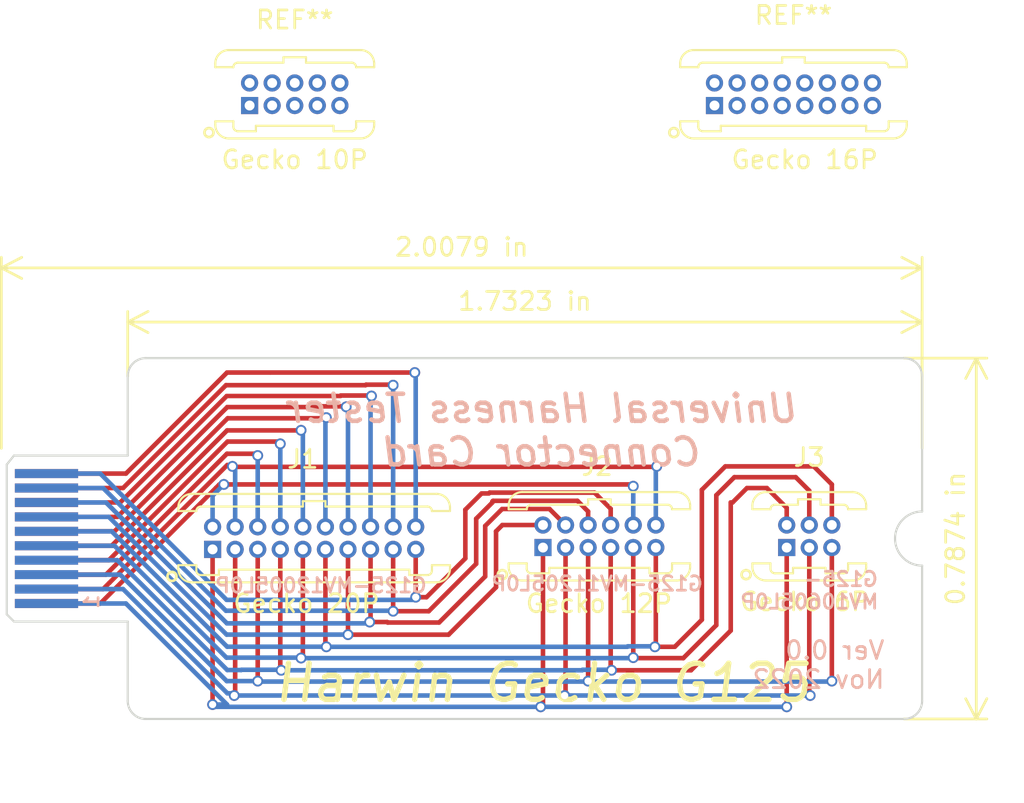
<source format=kicad_pcb>
(kicad_pcb (version 20171130) (host pcbnew "(5.1.10)-1")

  (general
    (thickness 1.6)
    (drawings 13)
    (tracks 249)
    (zones 0)
    (modules 6)
    (nets 21)
  )

  (page A)
  (title_block
    (title "Beetje 32U4 Blok")
    (date 2018-08-10)
    (rev 0.0)
    (company www.MakersBox.us)
    (comment 1 648.ken@gmail.com)
  )

  (layers
    (0 F.Cu signal)
    (31 B.Cu signal)
    (32 B.Adhes user)
    (33 F.Adhes user)
    (34 B.Paste user)
    (35 F.Paste user)
    (36 B.SilkS user)
    (37 F.SilkS user)
    (38 B.Mask user)
    (39 F.Mask user)
    (40 Dwgs.User user)
    (41 Cmts.User user)
    (42 Eco1.User user)
    (43 Eco2.User user)
    (44 Edge.Cuts user)
    (45 Margin user)
    (46 B.CrtYd user hide)
    (47 F.CrtYd user)
    (48 B.Fab user hide)
    (49 F.Fab user hide)
  )

  (setup
    (last_trace_width 0.25)
    (user_trace_width 0.254)
    (user_trace_width 0.3048)
    (user_trace_width 0.3556)
    (user_trace_width 0.4064)
    (user_trace_width 0.6096)
    (trace_clearance 0.2)
    (zone_clearance 0.35)
    (zone_45_only no)
    (trace_min 0.2)
    (via_size 0.6)
    (via_drill 0.4)
    (via_min_size 0.4)
    (via_min_drill 0.3)
    (uvia_size 0.3)
    (uvia_drill 0.1)
    (uvias_allowed no)
    (uvia_min_size 0.2)
    (uvia_min_drill 0.1)
    (edge_width 0.15)
    (segment_width 0.2)
    (pcb_text_width 0.3)
    (pcb_text_size 1.5 1.5)
    (mod_edge_width 0.15)
    (mod_text_size 1 1)
    (mod_text_width 0.15)
    (pad_size 0.5 3.500001)
    (pad_drill 0)
    (pad_to_mask_clearance 0)
    (aux_axis_origin 0 0)
    (grid_origin 137 87)
    (visible_elements 7FFFFFFF)
    (pcbplotparams
      (layerselection 0x010f0_80000001)
      (usegerberextensions false)
      (usegerberattributes true)
      (usegerberadvancedattributes true)
      (creategerberjobfile true)
      (excludeedgelayer true)
      (linewidth 0.100000)
      (plotframeref false)
      (viasonmask false)
      (mode 1)
      (useauxorigin false)
      (hpglpennumber 1)
      (hpglpenspeed 20)
      (hpglpendiameter 15.000000)
      (psnegative false)
      (psa4output false)
      (plotreference true)
      (plotvalue true)
      (plotinvisibletext false)
      (padsonsilk false)
      (subtractmaskfromsilk false)
      (outputformat 1)
      (mirror false)
      (drillshape 0)
      (scaleselection 1)
      (outputdirectory "gerbers/"))
  )

  (net 0 "")
  (net 1 /01)
  (net 2 /02)
  (net 3 /04)
  (net 4 /05)
  (net 5 /06)
  (net 6 /07)
  (net 7 /08)
  (net 8 /11)
  (net 9 /12)
  (net 10 /13)
  (net 11 /14)
  (net 12 /15)
  (net 13 /16)
  (net 14 /17)
  (net 15 /18)
  (net 16 /03)
  (net 17 /10)
  (net 18 /09)
  (net 19 /19)
  (net 20 /20)

  (net_class Default "This is the default net class."
    (clearance 0.2)
    (trace_width 0.25)
    (via_dia 0.6)
    (via_drill 0.4)
    (uvia_dia 0.3)
    (uvia_drill 0.1)
    (add_net /01)
    (add_net /02)
    (add_net /03)
    (add_net /04)
    (add_net /05)
    (add_net /06)
    (add_net /07)
    (add_net /08)
    (add_net /09)
    (add_net /10)
    (add_net /11)
    (add_net /12)
    (add_net /13)
    (add_net /14)
    (add_net /15)
    (add_net /16)
    (add_net /17)
    (add_net /18)
    (add_net /19)
    (add_net /20)
  )

  (module Connector_Harwin:Harwin_Gecko-G125-MVX1005L0X_2x05_P1.25mm_Vertical (layer F.Cu) (tedit 63731E33) (tstamp 63738A2A)
    (at 123.75 63)
    (descr "Harwin Gecko Connector, 10 pins, dual row male, vertical entry, no latches, PN:G125-MVX1005L0X")
    (tags "connector harwin gecko")
    (fp_text reference REF** (at 2.5 -4.75) (layer F.SilkS)
      (effects (font (size 1 1) (thickness 0.15)))
    )
    (fp_text value "Gecko 10P" (at 2.5 3) (layer F.SilkS)
      (effects (font (size 1 1) (thickness 0.15)))
    )
    (fp_text user %R (at 2.5 0) (layer F.Fab)
      (effects (font (size 1 1) (thickness 0.15)))
    )
    (fp_arc (start -0.65 1.175) (end -0.65 1.425) (angle 90) (layer F.Fab) (width 0.1))
    (fp_arc (start 5.65 1.175) (end 5.9 1.175) (angle 90) (layer F.Fab) (width 0.1))
    (fp_arc (start 5.65 -2.125) (end 5.65 -2.375) (angle 90) (layer F.Fab) (width 0.1))
    (fp_arc (start -0.65 -2.125) (end -0.9 -2.125) (angle 90) (layer F.Fab) (width 0.1))
    (fp_arc (start -1.15 1.075) (end -1.15 1.825) (angle 90) (layer F.Fab) (width 0.1))
    (fp_arc (start 6.15 1.075) (end 6.9 1.075) (angle 90) (layer F.Fab) (width 0.1))
    (fp_arc (start 6.15 -2.325) (end 6.15 -3.075) (angle 90) (layer F.Fab) (width 0.1))
    (fp_arc (start -1.15 -2.325) (end -1.9 -2.325) (angle 90) (layer F.Fab) (width 0.1))
    (fp_arc (start -0.65 1.175) (end -0.65 1.425) (angle 90) (layer F.SilkS) (width 0.12))
    (fp_arc (start 5.65 1.175) (end 5.9 1.175) (angle 90) (layer F.SilkS) (width 0.12))
    (fp_arc (start 5.65 -2.125) (end 5.65 -2.375) (angle 90) (layer F.SilkS) (width 0.12))
    (fp_arc (start -0.65 -2.125) (end -0.9 -2.125) (angle 90) (layer F.SilkS) (width 0.12))
    (fp_arc (start -1.15 1.075) (end -1.15 1.825) (angle 90) (layer F.SilkS) (width 0.12))
    (fp_arc (start 6.15 1.075) (end 6.9 1.075) (angle 90) (layer F.SilkS) (width 0.12))
    (fp_arc (start 6.15 -2.325) (end 6.15 -3.075) (angle 90) (layer F.SilkS) (width 0.12))
    (fp_arc (start -1.15 -2.325) (end -1.9 -2.325) (angle 90) (layer F.SilkS) (width 0.12))
    (fp_circle (center -2.25 1.5) (end -2 1.5) (layer F.SilkS) (width 0.15))
    (fp_line (start -1.15 -3.075) (end 6.15 -3.075) (layer F.SilkS) (width 0.12))
    (fp_line (start -1.15 1.825) (end 6.15 1.825) (layer F.SilkS) (width 0.12))
    (fp_line (start -0.65 1.425) (end 0.35 1.425) (layer F.SilkS) (width 0.12))
    (fp_line (start 0.35 1.425) (end 0.35 1.125) (layer F.SilkS) (width 0.12))
    (fp_line (start 0.35 1.125) (end 4.65 1.125) (layer F.SilkS) (width 0.12))
    (fp_line (start 4.65 1.125) (end 4.65 1.425) (layer F.SilkS) (width 0.12))
    (fp_line (start 4.65 1.425) (end 5.65 1.425) (layer F.SilkS) (width 0.12))
    (fp_line (start -0.65 -2.375) (end 1.875 -2.375) (layer F.SilkS) (width 0.12))
    (fp_line (start 1.875 -2.375) (end 1.875 -2.675) (layer F.SilkS) (width 0.12))
    (fp_line (start 1.875 -2.675) (end 3.125 -2.675) (layer F.SilkS) (width 0.12))
    (fp_line (start 3.125 -2.675) (end 3.125 -2.375) (layer F.SilkS) (width 0.12))
    (fp_line (start 3.125 -2.375) (end 5.65 -2.375) (layer F.SilkS) (width 0.12))
    (fp_line (start -1.9 -2.325) (end -1.9 -2.125) (layer F.SilkS) (width 0.12))
    (fp_line (start -1.9 -2.125) (end -0.9 -2.125) (layer F.SilkS) (width 0.12))
    (fp_line (start -0.9 -2.125) (end -0.9 -2.125) (layer F.SilkS) (width 0.12))
    (fp_line (start 6.9 -2.325) (end 6.9 -2.125) (layer F.SilkS) (width 0.12))
    (fp_line (start 6.9 -2.125) (end 5.9 -2.125) (layer F.SilkS) (width 0.12))
    (fp_line (start 5.9 -2.125) (end 5.9 -2.125) (layer F.SilkS) (width 0.12))
    (fp_line (start 6.9 1.075) (end 6.9 0.875) (layer F.SilkS) (width 0.12))
    (fp_line (start 6.9 0.875) (end 5.9 0.875) (layer F.SilkS) (width 0.12))
    (fp_line (start 5.9 0.875) (end 5.9 0.875) (layer F.SilkS) (width 0.12))
    (fp_line (start -1.9 1.075) (end -1.9 0.875) (layer F.SilkS) (width 0.12))
    (fp_line (start -1.9 0.875) (end -0.9 0.875) (layer F.SilkS) (width 0.12))
    (fp_line (start -0.9 0.875) (end -0.9 0.875) (layer F.SilkS) (width 0.12))
    (fp_line (start -0.9 1.175) (end -0.9 0.875) (layer F.SilkS) (width 0.12))
    (fp_line (start 5.9 1.175) (end 5.9 0.875) (layer F.SilkS) (width 0.12))
    (fp_line (start -1.15 -3.075) (end 6.15 -3.075) (layer F.Fab) (width 0.1))
    (fp_line (start -1.15 1.825) (end 6.15 1.825) (layer F.Fab) (width 0.1))
    (fp_line (start -0.65 1.425) (end 0.35 1.425) (layer F.Fab) (width 0.1))
    (fp_line (start 0.35 1.425) (end 0.35 1.125) (layer F.Fab) (width 0.1))
    (fp_line (start 0.35 1.125) (end 4.65 1.125) (layer F.Fab) (width 0.1))
    (fp_line (start 4.65 1.125) (end 4.65 1.425) (layer F.Fab) (width 0.1))
    (fp_line (start 4.65 1.425) (end 5.65 1.425) (layer F.Fab) (width 0.1))
    (fp_line (start -0.65 -2.375) (end 1.875 -2.375) (layer F.Fab) (width 0.1))
    (fp_line (start 1.875 -2.375) (end 1.875 -2.675) (layer F.Fab) (width 0.1))
    (fp_line (start 1.875 -2.675) (end 3.125 -2.675) (layer F.Fab) (width 0.1))
    (fp_line (start 3.125 -2.675) (end 3.125 -2.375) (layer F.Fab) (width 0.1))
    (fp_line (start 3.125 -2.375) (end 5.65 -2.375) (layer F.Fab) (width 0.1))
    (fp_line (start -1.9 -2.325) (end -1.9 -2.125) (layer F.Fab) (width 0.1))
    (fp_line (start -1.9 -2.125) (end -0.9 -2.125) (layer F.Fab) (width 0.1))
    (fp_line (start -0.9 -2.125) (end -0.9 -2.125) (layer F.Fab) (width 0.1))
    (fp_line (start 6.9 -2.325) (end 6.9 -2.125) (layer F.Fab) (width 0.1))
    (fp_line (start 6.9 -2.125) (end 5.9 -2.125) (layer F.Fab) (width 0.1))
    (fp_line (start 5.9 -2.125) (end 5.9 -2.125) (layer F.Fab) (width 0.1))
    (fp_line (start 6.9 1.075) (end 6.9 0.875) (layer F.Fab) (width 0.1))
    (fp_line (start 6.9 0.875) (end 5.9 0.875) (layer F.Fab) (width 0.1))
    (fp_line (start 5.9 0.875) (end 5.9 0.875) (layer F.Fab) (width 0.1))
    (fp_line (start -1.9 1.075) (end -1.9 0.875) (layer F.Fab) (width 0.1))
    (fp_line (start -1.9 0.875) (end -0.9 0.875) (layer F.Fab) (width 0.1))
    (fp_line (start -0.9 0.875) (end -0.9 0.875) (layer F.Fab) (width 0.1))
    (fp_line (start -0.9 1.175) (end -0.9 0.875) (layer F.Fab) (width 0.1))
    (fp_line (start 5.9 1.175) (end 5.9 0.875) (layer F.Fab) (width 0.1))
    (fp_line (start -2.4 -3.58) (end -2.4 -2.58) (layer F.CrtYd) (width 0.05))
    (fp_line (start -2.4 -2.58) (end 7.4 -2.58) (layer F.CrtYd) (width 0.05))
    (fp_line (start 7.4 -2.58) (end 7.4 -3.58) (layer F.CrtYd) (width 0.05))
    (fp_line (start 7.4 -3.58) (end -2.4 -3.58) (layer F.CrtYd) (width 0.05))
    (fp_line (start 0 0.25) (end -0.3 0.85) (layer F.Fab) (width 0.1))
    (fp_line (start -0.3 0.85) (end 0.3 0.85) (layer F.Fab) (width 0.1))
    (fp_line (start 0.3 0.85) (end 0 0.25) (layer F.Fab) (width 0.1))
    (fp_text user G125-MV11005L0P (at 2.75 4.75) (layer Dwgs.User)
      (effects (font (size 1 1) (thickness 0.15)))
    )
    (pad 10 thru_hole circle (at 5 -1.25) (size 0.95 0.95) (drill 0.55) (layers *.Cu *.Mask))
    (pad 9 thru_hole circle (at 3.75 -1.25) (size 0.95 0.95) (drill 0.55) (layers *.Cu *.Mask))
    (pad 8 thru_hole circle (at 2.5 -1.25) (size 0.95 0.95) (drill 0.55) (layers *.Cu *.Mask))
    (pad 7 thru_hole circle (at 1.25 -1.25) (size 0.95 0.95) (drill 0.55) (layers *.Cu *.Mask))
    (pad 6 thru_hole circle (at 0 -1.25) (size 0.95 0.95) (drill 0.55) (layers *.Cu *.Mask))
    (pad 5 thru_hole circle (at 5 0) (size 0.95 0.95) (drill 0.55) (layers *.Cu *.Mask))
    (pad 4 thru_hole circle (at 3.75 0) (size 0.95 0.95) (drill 0.55) (layers *.Cu *.Mask))
    (pad 3 thru_hole circle (at 2.5 0) (size 0.95 0.95) (drill 0.55) (layers *.Cu *.Mask))
    (pad 2 thru_hole circle (at 1.25 0) (size 0.95 0.95) (drill 0.55) (layers *.Cu *.Mask))
    (pad 1 thru_hole rect (at 0 0) (size 0.95 0.95) (drill 0.55) (layers *.Cu *.Mask))
    (model ${KIPRJMOD}/3D/G125-MV11005L0P.stp
      (offset (xyz 2.5 0.5 1.5))
      (scale (xyz 1 1 1))
      (rotate (xyz -90 0 0))
    )
  )

  (module footprints:Harwin_Gecko-G125-MVX1605L0X_2x08_P1.25mm_Vertical (layer F.Cu) (tedit 63704BB0) (tstamp 637396FC)
    (at 149.5 63)
    (descr "Harwin Gecko Connector, 16 pins, dual row male, vertical entry, no latches, PN:G125-MVX1605L0X")
    (tags "connector harwin gecko")
    (fp_text reference REF** (at 4.375 -5) (layer F.SilkS)
      (effects (font (size 1 1) (thickness 0.15)))
    )
    (fp_text value "Gecko 16P" (at 5 3) (layer F.SilkS)
      (effects (font (size 1 1) (thickness 0.15)))
    )
    (fp_text user %R (at 4.375 0) (layer F.Fab)
      (effects (font (size 1 1) (thickness 0.15)))
    )
    (fp_arc (start -0.65 1.175) (end -0.65 1.425) (angle 90) (layer F.Fab) (width 0.1))
    (fp_arc (start 9.4 1.175) (end 9.65 1.175) (angle 90) (layer F.Fab) (width 0.1))
    (fp_arc (start 9.4 -2.125) (end 9.4 -2.375) (angle 90) (layer F.Fab) (width 0.1))
    (fp_arc (start -0.65 -2.125) (end -0.9 -2.125) (angle 90) (layer F.Fab) (width 0.1))
    (fp_arc (start -1.15 1.075) (end -1.15 1.825) (angle 90) (layer F.Fab) (width 0.1))
    (fp_arc (start 9.9 1.075) (end 10.65 1.075) (angle 90) (layer F.Fab) (width 0.1))
    (fp_arc (start 9.9 -2.325) (end 9.9 -3.075) (angle 90) (layer F.Fab) (width 0.1))
    (fp_arc (start -1.15 -2.325) (end -1.9 -2.325) (angle 90) (layer F.Fab) (width 0.1))
    (fp_arc (start -0.65 1.175) (end -0.65 1.425) (angle 90) (layer F.SilkS) (width 0.12))
    (fp_arc (start 9.4 1.175) (end 9.65 1.175) (angle 90) (layer F.SilkS) (width 0.12))
    (fp_arc (start 9.4 -2.125) (end 9.4 -2.375) (angle 90) (layer F.SilkS) (width 0.12))
    (fp_arc (start -0.65 -2.125) (end -0.9 -2.125) (angle 90) (layer F.SilkS) (width 0.12))
    (fp_arc (start -1.15 1.075) (end -1.15 1.825) (angle 90) (layer F.SilkS) (width 0.12))
    (fp_arc (start 9.9 1.075) (end 10.65 1.075) (angle 90) (layer F.SilkS) (width 0.12))
    (fp_arc (start 9.9 -2.325) (end 9.9 -3.075) (angle 90) (layer F.SilkS) (width 0.12))
    (fp_arc (start -1.15 -2.325) (end -1.9 -2.325) (angle 90) (layer F.SilkS) (width 0.12))
    (fp_circle (center -2.25 1.5) (end -2 1.5) (layer F.SilkS) (width 0.15))
    (fp_line (start -1.15 -3.075) (end 9.9 -3.075) (layer F.SilkS) (width 0.12))
    (fp_line (start -1.15 1.825) (end 9.9 1.825) (layer F.SilkS) (width 0.12))
    (fp_line (start -0.65 1.425) (end 0.35 1.425) (layer F.SilkS) (width 0.12))
    (fp_line (start 0.35 1.425) (end 0.35 1.125) (layer F.SilkS) (width 0.12))
    (fp_line (start 0.35 1.125) (end 8.4 1.125) (layer F.SilkS) (width 0.12))
    (fp_line (start 8.4 1.125) (end 8.4 1.425) (layer F.SilkS) (width 0.12))
    (fp_line (start 8.4 1.425) (end 9.4 1.425) (layer F.SilkS) (width 0.12))
    (fp_line (start -0.65 -2.375) (end 3.75 -2.375) (layer F.SilkS) (width 0.12))
    (fp_line (start 3.75 -2.375) (end 3.75 -2.675) (layer F.SilkS) (width 0.12))
    (fp_line (start 3.75 -2.675) (end 5 -2.675) (layer F.SilkS) (width 0.12))
    (fp_line (start 5 -2.675) (end 5 -2.375) (layer F.SilkS) (width 0.12))
    (fp_line (start 5 -2.375) (end 9.4 -2.375) (layer F.SilkS) (width 0.12))
    (fp_line (start -1.9 -2.325) (end -1.9 -2.125) (layer F.SilkS) (width 0.12))
    (fp_line (start -1.9 -2.125) (end -0.9 -2.125) (layer F.SilkS) (width 0.12))
    (fp_line (start -0.9 -2.125) (end -0.9 -2.125) (layer F.SilkS) (width 0.12))
    (fp_line (start 10.65 -2.325) (end 10.65 -2.125) (layer F.SilkS) (width 0.12))
    (fp_line (start 10.65 -2.125) (end 9.65 -2.125) (layer F.SilkS) (width 0.12))
    (fp_line (start 9.65 -2.125) (end 9.65 -2.125) (layer F.SilkS) (width 0.12))
    (fp_line (start 10.65 1.075) (end 10.65 0.875) (layer F.SilkS) (width 0.12))
    (fp_line (start 10.65 0.875) (end 9.65 0.875) (layer F.SilkS) (width 0.12))
    (fp_line (start 9.65 0.875) (end 9.65 0.875) (layer F.SilkS) (width 0.12))
    (fp_line (start -1.9 1.075) (end -1.9 0.875) (layer F.SilkS) (width 0.12))
    (fp_line (start -1.9 0.875) (end -0.9 0.875) (layer F.SilkS) (width 0.12))
    (fp_line (start -0.9 0.875) (end -0.9 0.875) (layer F.SilkS) (width 0.12))
    (fp_line (start -0.9 1.175) (end -0.9 0.875) (layer F.SilkS) (width 0.12))
    (fp_line (start 9.65 1.175) (end 9.65 0.875) (layer F.SilkS) (width 0.12))
    (fp_line (start -1.15 -3.075) (end 9.9 -3.075) (layer F.Fab) (width 0.1))
    (fp_line (start -1.15 1.825) (end 9.9 1.825) (layer F.Fab) (width 0.1))
    (fp_line (start -0.65 1.425) (end 0.35 1.425) (layer F.Fab) (width 0.1))
    (fp_line (start 0.35 1.425) (end 0.35 1.125) (layer F.Fab) (width 0.1))
    (fp_line (start 0.35 1.125) (end 8.4 1.125) (layer F.Fab) (width 0.1))
    (fp_line (start 8.4 1.125) (end 8.4 1.425) (layer F.Fab) (width 0.1))
    (fp_line (start 8.4 1.425) (end 9.4 1.425) (layer F.Fab) (width 0.1))
    (fp_line (start -0.65 -2.375) (end 3.75 -2.375) (layer F.Fab) (width 0.1))
    (fp_line (start 3.75 -2.375) (end 3.75 -2.675) (layer F.Fab) (width 0.1))
    (fp_line (start 3.75 -2.675) (end 5 -2.675) (layer F.Fab) (width 0.1))
    (fp_line (start 5 -2.675) (end 5 -2.375) (layer F.Fab) (width 0.1))
    (fp_line (start 5 -2.375) (end 9.4 -2.375) (layer F.Fab) (width 0.1))
    (fp_line (start -1.9 -2.325) (end -1.9 -2.125) (layer F.Fab) (width 0.1))
    (fp_line (start -1.9 -2.125) (end -0.9 -2.125) (layer F.Fab) (width 0.1))
    (fp_line (start -0.9 -2.125) (end -0.9 -2.125) (layer F.Fab) (width 0.1))
    (fp_line (start 10.65 -2.325) (end 10.65 -2.125) (layer F.Fab) (width 0.1))
    (fp_line (start 10.65 -2.125) (end 9.65 -2.125) (layer F.Fab) (width 0.1))
    (fp_line (start 9.65 -2.125) (end 9.65 -2.125) (layer F.Fab) (width 0.1))
    (fp_line (start 10.65 1.075) (end 10.65 0.875) (layer F.Fab) (width 0.1))
    (fp_line (start 10.65 0.875) (end 9.65 0.875) (layer F.Fab) (width 0.1))
    (fp_line (start 9.65 0.875) (end 9.65 0.875) (layer F.Fab) (width 0.1))
    (fp_line (start -1.9 1.075) (end -1.9 0.875) (layer F.Fab) (width 0.1))
    (fp_line (start -1.9 0.875) (end -0.9 0.875) (layer F.Fab) (width 0.1))
    (fp_line (start -0.9 0.875) (end -0.9 0.875) (layer F.Fab) (width 0.1))
    (fp_line (start -0.9 1.175) (end -0.9 0.875) (layer F.Fab) (width 0.1))
    (fp_line (start 9.65 1.175) (end 9.65 0.875) (layer F.Fab) (width 0.1))
    (fp_line (start -2.4 -3.58) (end -2.4 -2.58) (layer F.CrtYd) (width 0.05))
    (fp_line (start -2.4 -2.58) (end 11.15 -2.58) (layer F.CrtYd) (width 0.05))
    (fp_line (start 11.15 -2.58) (end 11.15 -3.58) (layer F.CrtYd) (width 0.05))
    (fp_line (start 11.15 -3.58) (end -2.4 -3.58) (layer F.CrtYd) (width 0.05))
    (fp_line (start 0 0.25) (end -0.3 0.85) (layer F.Fab) (width 0.1))
    (fp_line (start -0.3 0.85) (end 0.3 0.85) (layer F.Fab) (width 0.1))
    (fp_line (start 0.3 0.85) (end 0 0.25) (layer F.Fab) (width 0.1))
    (pad 16 thru_hole circle (at 8.75 -1.25) (size 0.95 0.95) (drill 0.55) (layers *.Cu *.Mask))
    (pad 15 thru_hole circle (at 7.5 -1.25) (size 0.95 0.95) (drill 0.55) (layers *.Cu *.Mask))
    (pad 14 thru_hole circle (at 6.25 -1.25) (size 0.95 0.95) (drill 0.55) (layers *.Cu *.Mask))
    (pad 13 thru_hole circle (at 5 -1.25) (size 0.95 0.95) (drill 0.55) (layers *.Cu *.Mask))
    (pad 12 thru_hole circle (at 3.75 -1.25) (size 0.95 0.95) (drill 0.55) (layers *.Cu *.Mask))
    (pad 11 thru_hole circle (at 2.5 -1.25) (size 0.95 0.95) (drill 0.55) (layers *.Cu *.Mask))
    (pad 10 thru_hole circle (at 1.25 -1.25) (size 0.95 0.95) (drill 0.55) (layers *.Cu *.Mask))
    (pad 9 thru_hole circle (at 0 -1.25) (size 0.95 0.95) (drill 0.55) (layers *.Cu *.Mask))
    (pad 8 thru_hole circle (at 8.75 0) (size 0.95 0.95) (drill 0.55) (layers *.Cu *.Mask))
    (pad 7 thru_hole circle (at 7.5 0) (size 0.95 0.95) (drill 0.55) (layers *.Cu *.Mask))
    (pad 6 thru_hole circle (at 6.25 0) (size 0.95 0.95) (drill 0.55) (layers *.Cu *.Mask))
    (pad 5 thru_hole circle (at 5 0) (size 0.95 0.95) (drill 0.55) (layers *.Cu *.Mask))
    (pad 4 thru_hole circle (at 3.75 0) (size 0.95 0.95) (drill 0.55) (layers *.Cu *.Mask))
    (pad 3 thru_hole circle (at 2.5 0) (size 0.95 0.95) (drill 0.55) (layers *.Cu *.Mask))
    (pad 2 thru_hole circle (at 1.25 0) (size 0.95 0.95) (drill 0.55) (layers *.Cu *.Mask))
    (pad 1 thru_hole rect (at 0 0) (size 0.95 0.95) (drill 0.55) (layers *.Cu *.Mask))
    (model ${KIPRJMOD}/3D/G125-MV11605L0P.stp
      (offset (xyz 4.3 0.5 2))
      (scale (xyz 1 1 1))
      (rotate (xyz -90 0 0))
    )
  )

  (module footprints:Harwin_Gecko-G125-MVX2005L0X_2x10_P1.25mm_Vertical (layer F.Cu) (tedit 63713D86) (tstamp 6371554D)
    (at 121.7 87.6)
    (descr "Harwin Gecko Connector, 20 pins, dual row male, vertical entry, no latches, PN:G125-MVX2005L0X")
    (tags "connector harwin gecko")
    (path /6386372C)
    (fp_text reference J1 (at 5 -5) (layer F.SilkS)
      (effects (font (size 1 1) (thickness 0.15)))
    )
    (fp_text value "Gecko 20P" (at 5.2 3) (layer F.SilkS)
      (effects (font (size 1 1) (thickness 0.15)))
    )
    (fp_circle (center -2.25 1.5) (end -2 1.5) (layer F.SilkS) (width 0.15))
    (fp_line (start -1.15 -3.075) (end 12.4 -3.075) (layer F.SilkS) (width 0.12))
    (fp_line (start -1.15 1.825) (end 12.4 1.825) (layer F.SilkS) (width 0.12))
    (fp_line (start -0.65 1.425) (end 0.35 1.425) (layer F.SilkS) (width 0.12))
    (fp_line (start 0.35 1.425) (end 0.35 1.125) (layer F.SilkS) (width 0.12))
    (fp_line (start 0.35 1.125) (end 10.9 1.125) (layer F.SilkS) (width 0.12))
    (fp_line (start 10.9 1.125) (end 10.9 1.425) (layer F.SilkS) (width 0.12))
    (fp_line (start 10.9 1.425) (end 11.9 1.425) (layer F.SilkS) (width 0.12))
    (fp_line (start -0.65 -2.375) (end 5 -2.375) (layer F.SilkS) (width 0.12))
    (fp_line (start 5 -2.375) (end 5 -2.675) (layer F.SilkS) (width 0.12))
    (fp_line (start 5 -2.675) (end 6.25 -2.675) (layer F.SilkS) (width 0.12))
    (fp_line (start 6.25 -2.675) (end 6.25 -2.375) (layer F.SilkS) (width 0.12))
    (fp_line (start 6.25 -2.375) (end 11.9 -2.375) (layer F.SilkS) (width 0.12))
    (fp_line (start -1.9 -2.325) (end -1.9 -2.125) (layer F.SilkS) (width 0.12))
    (fp_line (start -1.9 -2.125) (end -0.9 -2.125) (layer F.SilkS) (width 0.12))
    (fp_line (start -0.9 -2.125) (end -0.9 -2.125) (layer F.SilkS) (width 0.12))
    (fp_line (start 13.15 -2.325) (end 13.15 -2.125) (layer F.SilkS) (width 0.12))
    (fp_line (start 13.15 -2.125) (end 12.15 -2.125) (layer F.SilkS) (width 0.12))
    (fp_line (start 12.15 -2.125) (end 12.15 -2.125) (layer F.SilkS) (width 0.12))
    (fp_line (start 13.15 1.075) (end 13.15 0.875) (layer F.SilkS) (width 0.12))
    (fp_line (start 13.15 0.875) (end 12.15 0.875) (layer F.SilkS) (width 0.12))
    (fp_line (start 12.15 0.875) (end 12.15 0.875) (layer F.SilkS) (width 0.12))
    (fp_line (start -1.9 1.075) (end -1.9 0.875) (layer F.SilkS) (width 0.12))
    (fp_line (start -1.9 0.875) (end -0.9 0.875) (layer F.SilkS) (width 0.12))
    (fp_line (start -0.9 0.875) (end -0.9 0.875) (layer F.SilkS) (width 0.12))
    (fp_line (start -0.9 1.175) (end -0.9 0.875) (layer F.SilkS) (width 0.12))
    (fp_line (start 12.15 1.175) (end 12.15 0.875) (layer F.SilkS) (width 0.12))
    (fp_line (start -1.15 -3.075) (end 12.4 -3.075) (layer F.Fab) (width 0.1))
    (fp_line (start -1.15 1.825) (end 12.4 1.825) (layer F.Fab) (width 0.1))
    (fp_line (start -0.65 1.425) (end 0.35 1.425) (layer F.Fab) (width 0.1))
    (fp_line (start 0.35 1.425) (end 0.35 1.125) (layer F.Fab) (width 0.1))
    (fp_line (start 0.35 1.125) (end 10.9 1.125) (layer F.Fab) (width 0.1))
    (fp_line (start 10.9 1.125) (end 10.9 1.425) (layer F.Fab) (width 0.1))
    (fp_line (start 10.9 1.425) (end 11.9 1.425) (layer F.Fab) (width 0.1))
    (fp_line (start -0.65 -2.375) (end 5 -2.375) (layer F.Fab) (width 0.1))
    (fp_line (start 5 -2.375) (end 5 -2.675) (layer F.Fab) (width 0.1))
    (fp_line (start 5 -2.675) (end 6.25 -2.675) (layer F.Fab) (width 0.1))
    (fp_line (start 6.25 -2.675) (end 6.25 -2.375) (layer F.Fab) (width 0.1))
    (fp_line (start 6.25 -2.375) (end 11.9 -2.375) (layer F.Fab) (width 0.1))
    (fp_line (start -1.9 -2.325) (end -1.9 -2.125) (layer F.Fab) (width 0.1))
    (fp_line (start -1.9 -2.125) (end -0.9 -2.125) (layer F.Fab) (width 0.1))
    (fp_line (start -0.9 -2.125) (end -0.9 -2.125) (layer F.Fab) (width 0.1))
    (fp_line (start 13.15 -2.325) (end 13.15 -2.125) (layer F.Fab) (width 0.1))
    (fp_line (start 13.15 -2.125) (end 12.15 -2.125) (layer F.Fab) (width 0.1))
    (fp_line (start 12.15 -2.125) (end 12.15 -2.125) (layer F.Fab) (width 0.1))
    (fp_line (start 13.15 1.075) (end 13.15 0.875) (layer F.Fab) (width 0.1))
    (fp_line (start 13.15 0.875) (end 12.15 0.875) (layer F.Fab) (width 0.1))
    (fp_line (start 12.15 0.875) (end 12.15 0.875) (layer F.Fab) (width 0.1))
    (fp_line (start -1.9 1.075) (end -1.9 0.875) (layer F.Fab) (width 0.1))
    (fp_line (start -1.9 0.875) (end -0.9 0.875) (layer F.Fab) (width 0.1))
    (fp_line (start -0.9 0.875) (end -0.9 0.875) (layer F.Fab) (width 0.1))
    (fp_line (start -0.9 1.175) (end -0.9 0.875) (layer F.Fab) (width 0.1))
    (fp_line (start 12.15 1.175) (end 12.15 0.875) (layer F.Fab) (width 0.1))
    (fp_line (start -2.4 -3.58) (end -2.4 -2.58) (layer F.CrtYd) (width 0.05))
    (fp_line (start -2.4 -2.58) (end 13.65 -2.58) (layer F.CrtYd) (width 0.05))
    (fp_line (start 13.65 -2.58) (end 13.65 -3.58) (layer F.CrtYd) (width 0.05))
    (fp_line (start 13.65 -3.58) (end -2.4 -3.58) (layer F.CrtYd) (width 0.05))
    (fp_line (start 0 0.25) (end -0.3 0.85) (layer F.Fab) (width 0.1))
    (fp_line (start -0.3 0.85) (end 0.3 0.85) (layer F.Fab) (width 0.1))
    (fp_line (start 0.3 0.85) (end 0 0.25) (layer F.Fab) (width 0.1))
    (fp_text user G125-MV12005L0P (at 6 2) (layer B.SilkS)
      (effects (font (size 0.8 0.8) (thickness 0.15)) (justify mirror))
    )
    (fp_text user %R (at 5.625 0) (layer F.Fab)
      (effects (font (size 1 1) (thickness 0.15)))
    )
    (fp_arc (start -0.65 1.175) (end -0.65 1.425) (angle 90) (layer F.Fab) (width 0.1))
    (fp_arc (start 11.9 1.175) (end 12.15 1.175) (angle 90) (layer F.Fab) (width 0.1))
    (fp_arc (start 11.9 -2.125) (end 11.9 -2.375) (angle 90) (layer F.Fab) (width 0.1))
    (fp_arc (start -0.65 -2.125) (end -0.9 -2.125) (angle 90) (layer F.Fab) (width 0.1))
    (fp_arc (start -1.15 1.075) (end -1.15 1.825) (angle 90) (layer F.Fab) (width 0.1))
    (fp_arc (start 12.4 1.075) (end 13.15 1.075) (angle 90) (layer F.Fab) (width 0.1))
    (fp_arc (start 12.4 -2.325) (end 12.4 -3.075) (angle 90) (layer F.Fab) (width 0.1))
    (fp_arc (start -1.15 -2.325) (end -1.9 -2.325) (angle 90) (layer F.Fab) (width 0.1))
    (fp_arc (start -0.65 1.175) (end -0.65 1.425) (angle 90) (layer F.SilkS) (width 0.12))
    (fp_arc (start 11.9 1.175) (end 12.15 1.175) (angle 90) (layer F.SilkS) (width 0.12))
    (fp_arc (start 11.9 -2.125) (end 11.9 -2.375) (angle 90) (layer F.SilkS) (width 0.12))
    (fp_arc (start -0.65 -2.125) (end -0.9 -2.125) (angle 90) (layer F.SilkS) (width 0.12))
    (fp_arc (start -1.15 1.075) (end -1.15 1.825) (angle 90) (layer F.SilkS) (width 0.12))
    (fp_arc (start 12.4 1.075) (end 13.15 1.075) (angle 90) (layer F.SilkS) (width 0.12))
    (fp_arc (start 12.4 -2.325) (end 12.4 -3.075) (angle 90) (layer F.SilkS) (width 0.12))
    (fp_arc (start -1.15 -2.325) (end -1.9 -2.325) (angle 90) (layer F.SilkS) (width 0.12))
    (pad 20 thru_hole circle (at 11.25 -1.25) (size 0.95 0.95) (drill 0.55) (layers *.Cu *.Mask)
      (net 20 /20))
    (pad 19 thru_hole circle (at 10 -1.25) (size 0.95 0.95) (drill 0.55) (layers *.Cu *.Mask)
      (net 19 /19))
    (pad 18 thru_hole circle (at 8.75 -1.25) (size 0.95 0.95) (drill 0.55) (layers *.Cu *.Mask)
      (net 15 /18))
    (pad 17 thru_hole circle (at 7.5 -1.25) (size 0.95 0.95) (drill 0.55) (layers *.Cu *.Mask)
      (net 14 /17))
    (pad 16 thru_hole circle (at 6.25 -1.25) (size 0.95 0.95) (drill 0.55) (layers *.Cu *.Mask)
      (net 13 /16))
    (pad 15 thru_hole circle (at 5 -1.25) (size 0.95 0.95) (drill 0.55) (layers *.Cu *.Mask)
      (net 12 /15))
    (pad 14 thru_hole circle (at 3.75 -1.25) (size 0.95 0.95) (drill 0.55) (layers *.Cu *.Mask)
      (net 11 /14))
    (pad 13 thru_hole circle (at 2.5 -1.25) (size 0.95 0.95) (drill 0.55) (layers *.Cu *.Mask)
      (net 10 /13))
    (pad 12 thru_hole circle (at 1.25 -1.25) (size 0.95 0.95) (drill 0.55) (layers *.Cu *.Mask)
      (net 9 /12))
    (pad 11 thru_hole circle (at 0 -1.25) (size 0.95 0.95) (drill 0.55) (layers *.Cu *.Mask)
      (net 8 /11))
    (pad 10 thru_hole circle (at 11.25 0) (size 0.95 0.95) (drill 0.55) (layers *.Cu *.Mask)
      (net 17 /10))
    (pad 9 thru_hole circle (at 10 0) (size 0.95 0.95) (drill 0.55) (layers *.Cu *.Mask)
      (net 18 /09))
    (pad 8 thru_hole circle (at 8.75 0) (size 0.95 0.95) (drill 0.55) (layers *.Cu *.Mask)
      (net 7 /08))
    (pad 7 thru_hole circle (at 7.5 0) (size 0.95 0.95) (drill 0.55) (layers *.Cu *.Mask)
      (net 6 /07))
    (pad 6 thru_hole circle (at 6.25 0) (size 0.95 0.95) (drill 0.55) (layers *.Cu *.Mask)
      (net 5 /06))
    (pad 5 thru_hole circle (at 5 0) (size 0.95 0.95) (drill 0.55) (layers *.Cu *.Mask)
      (net 4 /05))
    (pad 4 thru_hole circle (at 3.75 0) (size 0.95 0.95) (drill 0.55) (layers *.Cu *.Mask)
      (net 3 /04))
    (pad 3 thru_hole circle (at 2.5 0) (size 0.95 0.95) (drill 0.55) (layers *.Cu *.Mask)
      (net 16 /03))
    (pad 2 thru_hole circle (at 1.25 0) (size 0.95 0.95) (drill 0.55) (layers *.Cu *.Mask)
      (net 2 /02))
    (pad 1 thru_hole rect (at 0 0) (size 0.95 0.95) (drill 0.55) (layers *.Cu *.Mask)
      (net 1 /01))
    (model ${KIPRJMOD}/3D/G125-MV12005L0P.stp
      (offset (xyz 5.5 0.5 1.5))
      (scale (xyz 1 1 1))
      (rotate (xyz -90 0 0))
    )
  )

  (module footprints:Harwin_Gecko-G125-MVX1205L0X_2x06_P1.25mm_Vertical (layer F.Cu) (tedit 63713D1A) (tstamp 63719D26)
    (at 140 87.5)
    (descr "Harwin Gecko Connector, 12 pins, dual row male, vertical entry, no latches, PN:G125-MVX1205L0X")
    (tags "connector harwin gecko")
    (path /6374F9C9)
    (fp_text reference J2 (at 3 -4.5) (layer F.SilkS)
      (effects (font (size 1 1) (thickness 0.15)))
    )
    (fp_text value "Gecko 12P" (at 3.1 3.1) (layer F.SilkS)
      (effects (font (size 1 1) (thickness 0.15)))
    )
    (fp_circle (center -2.25 1.5) (end -2 1.5) (layer F.SilkS) (width 0.15))
    (fp_line (start -1.15 -3.075) (end 7.4 -3.075) (layer F.SilkS) (width 0.12))
    (fp_line (start -1.15 1.825) (end 7.4 1.825) (layer F.SilkS) (width 0.12))
    (fp_line (start -0.65 1.425) (end 0.35 1.425) (layer F.SilkS) (width 0.12))
    (fp_line (start 0.35 1.425) (end 0.35 1.125) (layer F.SilkS) (width 0.12))
    (fp_line (start 0.35 1.125) (end 5.9 1.125) (layer F.SilkS) (width 0.12))
    (fp_line (start 5.9 1.125) (end 5.9 1.425) (layer F.SilkS) (width 0.12))
    (fp_line (start 5.9 1.425) (end 6.9 1.425) (layer F.SilkS) (width 0.12))
    (fp_line (start -0.65 -2.375) (end 2.5 -2.375) (layer F.SilkS) (width 0.12))
    (fp_line (start 2.5 -2.375) (end 2.5 -2.675) (layer F.SilkS) (width 0.12))
    (fp_line (start 2.5 -2.675) (end 3.75 -2.675) (layer F.SilkS) (width 0.12))
    (fp_line (start 3.75 -2.675) (end 3.75 -2.375) (layer F.SilkS) (width 0.12))
    (fp_line (start 3.75 -2.375) (end 6.9 -2.375) (layer F.SilkS) (width 0.12))
    (fp_line (start -1.9 -2.325) (end -1.9 -2.125) (layer F.SilkS) (width 0.12))
    (fp_line (start -1.9 -2.125) (end -0.9 -2.125) (layer F.SilkS) (width 0.12))
    (fp_line (start -0.9 -2.125) (end -0.9 -2.125) (layer F.SilkS) (width 0.12))
    (fp_line (start 8.15 -2.325) (end 8.15 -2.125) (layer F.SilkS) (width 0.12))
    (fp_line (start 8.15 -2.125) (end 7.15 -2.125) (layer F.SilkS) (width 0.12))
    (fp_line (start 7.15 -2.125) (end 7.15 -2.125) (layer F.SilkS) (width 0.12))
    (fp_line (start 8.15 1.075) (end 8.15 0.875) (layer F.SilkS) (width 0.12))
    (fp_line (start 8.15 0.875) (end 7.15 0.875) (layer F.SilkS) (width 0.12))
    (fp_line (start 7.15 0.875) (end 7.15 0.875) (layer F.SilkS) (width 0.12))
    (fp_line (start -1.9 1.075) (end -1.9 0.875) (layer F.SilkS) (width 0.12))
    (fp_line (start -1.9 0.875) (end -0.9 0.875) (layer F.SilkS) (width 0.12))
    (fp_line (start -0.9 0.875) (end -0.9 0.875) (layer F.SilkS) (width 0.12))
    (fp_line (start -0.9 1.175) (end -0.9 0.875) (layer F.SilkS) (width 0.12))
    (fp_line (start 7.15 1.175) (end 7.15 0.875) (layer F.SilkS) (width 0.12))
    (fp_line (start -1.15 -3.075) (end 7.4 -3.075) (layer F.Fab) (width 0.1))
    (fp_line (start -1.15 1.825) (end 7.4 1.825) (layer F.Fab) (width 0.1))
    (fp_line (start -0.65 1.425) (end 0.35 1.425) (layer F.Fab) (width 0.1))
    (fp_line (start 0.35 1.425) (end 0.35 1.125) (layer F.Fab) (width 0.1))
    (fp_line (start 0.35 1.125) (end 5.9 1.125) (layer F.Fab) (width 0.1))
    (fp_line (start 5.9 1.125) (end 5.9 1.425) (layer F.Fab) (width 0.1))
    (fp_line (start 5.9 1.425) (end 6.9 1.425) (layer F.Fab) (width 0.1))
    (fp_line (start -0.65 -2.375) (end 2.5 -2.375) (layer F.Fab) (width 0.1))
    (fp_line (start 2.5 -2.375) (end 2.5 -2.675) (layer F.Fab) (width 0.1))
    (fp_line (start 2.5 -2.675) (end 3.75 -2.675) (layer F.Fab) (width 0.1))
    (fp_line (start 3.75 -2.675) (end 3.75 -2.375) (layer F.Fab) (width 0.1))
    (fp_line (start 3.75 -2.375) (end 6.9 -2.375) (layer F.Fab) (width 0.1))
    (fp_line (start -1.9 -2.325) (end -1.9 -2.125) (layer F.Fab) (width 0.1))
    (fp_line (start -1.9 -2.125) (end -0.9 -2.125) (layer F.Fab) (width 0.1))
    (fp_line (start -0.9 -2.125) (end -0.9 -2.125) (layer F.Fab) (width 0.1))
    (fp_line (start 8.15 -2.325) (end 8.15 -2.125) (layer F.Fab) (width 0.1))
    (fp_line (start 8.15 -2.125) (end 7.15 -2.125) (layer F.Fab) (width 0.1))
    (fp_line (start 7.15 -2.125) (end 7.15 -2.125) (layer F.Fab) (width 0.1))
    (fp_line (start 8.15 1.075) (end 8.15 0.875) (layer F.Fab) (width 0.1))
    (fp_line (start 8.15 0.875) (end 7.15 0.875) (layer F.Fab) (width 0.1))
    (fp_line (start 7.15 0.875) (end 7.15 0.875) (layer F.Fab) (width 0.1))
    (fp_line (start -1.9 1.075) (end -1.9 0.875) (layer F.Fab) (width 0.1))
    (fp_line (start -1.9 0.875) (end -0.9 0.875) (layer F.Fab) (width 0.1))
    (fp_line (start -0.9 0.875) (end -0.9 0.875) (layer F.Fab) (width 0.1))
    (fp_line (start -0.9 1.175) (end -0.9 0.875) (layer F.Fab) (width 0.1))
    (fp_line (start 7.15 1.175) (end 7.15 0.875) (layer F.Fab) (width 0.1))
    (fp_line (start -2.4 -3.58) (end -2.4 -2.58) (layer F.CrtYd) (width 0.05))
    (fp_line (start -2.4 -2.58) (end 8.65 -2.58) (layer F.CrtYd) (width 0.05))
    (fp_line (start 8.65 -2.58) (end 8.65 -3.58) (layer F.CrtYd) (width 0.05))
    (fp_line (start 8.65 -3.58) (end -2.4 -3.58) (layer F.CrtYd) (width 0.05))
    (fp_line (start 0 0.25) (end -0.3 0.85) (layer F.Fab) (width 0.1))
    (fp_line (start -0.3 0.85) (end 0.3 0.85) (layer F.Fab) (width 0.1))
    (fp_line (start 0.3 0.85) (end 0 0.25) (layer F.Fab) (width 0.1))
    (fp_text user G125-MV11205L0P (at 3 2) (layer B.SilkS)
      (effects (font (size 0.8 0.8) (thickness 0.15)) (justify mirror))
    )
    (fp_text user %R (at 3.125 0) (layer F.Fab)
      (effects (font (size 1 1) (thickness 0.15)))
    )
    (fp_arc (start -0.65 1.175) (end -0.65 1.425) (angle 90) (layer F.Fab) (width 0.1))
    (fp_arc (start 6.9 1.175) (end 7.15 1.175) (angle 90) (layer F.Fab) (width 0.1))
    (fp_arc (start 6.9 -2.125) (end 6.9 -2.375) (angle 90) (layer F.Fab) (width 0.1))
    (fp_arc (start -0.65 -2.125) (end -0.9 -2.125) (angle 90) (layer F.Fab) (width 0.1))
    (fp_arc (start -1.15 1.075) (end -1.15 1.825) (angle 90) (layer F.Fab) (width 0.1))
    (fp_arc (start 7.4 1.075) (end 8.15 1.075) (angle 90) (layer F.Fab) (width 0.1))
    (fp_arc (start 7.4 -2.325) (end 7.4 -3.075) (angle 90) (layer F.Fab) (width 0.1))
    (fp_arc (start -1.15 -2.325) (end -1.9 -2.325) (angle 90) (layer F.Fab) (width 0.1))
    (fp_arc (start -0.65 1.175) (end -0.65 1.425) (angle 90) (layer F.SilkS) (width 0.12))
    (fp_arc (start 6.9 1.175) (end 7.15 1.175) (angle 90) (layer F.SilkS) (width 0.12))
    (fp_arc (start 6.9 -2.125) (end 6.9 -2.375) (angle 90) (layer F.SilkS) (width 0.12))
    (fp_arc (start -0.65 -2.125) (end -0.9 -2.125) (angle 90) (layer F.SilkS) (width 0.12))
    (fp_arc (start -1.15 1.075) (end -1.15 1.825) (angle 90) (layer F.SilkS) (width 0.12))
    (fp_arc (start 7.4 1.075) (end 8.15 1.075) (angle 90) (layer F.SilkS) (width 0.12))
    (fp_arc (start 7.4 -2.325) (end 7.4 -3.075) (angle 90) (layer F.SilkS) (width 0.12))
    (fp_arc (start -1.15 -2.325) (end -1.9 -2.325) (angle 90) (layer F.SilkS) (width 0.12))
    (pad 12 thru_hole circle (at 6.25 -1.25) (size 0.95 0.95) (drill 0.55) (layers *.Cu *.Mask)
      (net 9 /12))
    (pad 11 thru_hole circle (at 5 -1.25) (size 0.95 0.95) (drill 0.55) (layers *.Cu *.Mask)
      (net 8 /11))
    (pad 10 thru_hole circle (at 3.75 -1.25) (size 0.95 0.95) (drill 0.55) (layers *.Cu *.Mask)
      (net 17 /10))
    (pad 9 thru_hole circle (at 2.5 -1.25) (size 0.95 0.95) (drill 0.55) (layers *.Cu *.Mask)
      (net 18 /09))
    (pad 8 thru_hole circle (at 1.25 -1.25) (size 0.95 0.95) (drill 0.55) (layers *.Cu *.Mask)
      (net 7 /08))
    (pad 7 thru_hole circle (at 0 -1.25) (size 0.95 0.95) (drill 0.55) (layers *.Cu *.Mask)
      (net 6 /07))
    (pad 6 thru_hole circle (at 6.25 0) (size 0.95 0.95) (drill 0.55) (layers *.Cu *.Mask)
      (net 5 /06))
    (pad 5 thru_hole circle (at 5 0) (size 0.95 0.95) (drill 0.55) (layers *.Cu *.Mask)
      (net 4 /05))
    (pad 4 thru_hole circle (at 3.75 0) (size 0.95 0.95) (drill 0.55) (layers *.Cu *.Mask)
      (net 3 /04))
    (pad 3 thru_hole circle (at 2.5 0) (size 0.95 0.95) (drill 0.55) (layers *.Cu *.Mask)
      (net 16 /03))
    (pad 2 thru_hole circle (at 1.25 0) (size 0.95 0.95) (drill 0.55) (layers *.Cu *.Mask)
      (net 2 /02))
    (pad 1 thru_hole rect (at 0 0) (size 0.95 0.95) (drill 0.55) (layers *.Cu *.Mask)
      (net 1 /01))
    (model ${KIPRJMOD}/3D/G125-MV11205L0P.stp
      (offset (xyz 3 0.5 1.5))
      (scale (xyz 1 1 1))
      (rotate (xyz -90 0 0))
    )
  )

  (module footprints:Harwin_Gecko-G125-MVX0605L0X_2x03_P1.25mm_Vertical (layer F.Cu) (tedit 63713C1F) (tstamp 6371ABDA)
    (at 153.5 87.5)
    (descr "Harwin Gecko Connector, 6 pins, dual row male, vertical entry, no latches, PN:G125-MVX0605L0X")
    (tags "connector harwin gecko")
    (path /6389364B)
    (fp_text reference J3 (at 1.25 -5) (layer F.SilkS)
      (effects (font (size 1 1) (thickness 0.15)))
    )
    (fp_text value "Gecko 6P" (at 1 3) (layer F.SilkS)
      (effects (font (size 1 1) (thickness 0.15)))
    )
    (fp_line (start 0.3 0.85) (end 0 0.25) (layer F.Fab) (width 0.1))
    (fp_line (start -0.3 0.85) (end 0.3 0.85) (layer F.Fab) (width 0.1))
    (fp_line (start 0 0.25) (end -0.3 0.85) (layer F.Fab) (width 0.1))
    (fp_line (start 4.9 -3.58) (end -2.4 -3.58) (layer F.CrtYd) (width 0.05))
    (fp_line (start 4.9 -2.58) (end 4.9 -3.58) (layer F.CrtYd) (width 0.05))
    (fp_line (start -2.4 -2.58) (end 4.9 -2.58) (layer F.CrtYd) (width 0.05))
    (fp_line (start -2.4 -3.58) (end -2.4 -2.58) (layer F.CrtYd) (width 0.05))
    (fp_line (start 3.4 1.175) (end 3.4 0.875) (layer F.Fab) (width 0.1))
    (fp_line (start -0.9 1.175) (end -0.9 0.875) (layer F.Fab) (width 0.1))
    (fp_line (start -0.9 0.875) (end -0.9 0.875) (layer F.Fab) (width 0.1))
    (fp_line (start -1.9 0.875) (end -0.9 0.875) (layer F.Fab) (width 0.1))
    (fp_line (start -1.9 1.075) (end -1.9 0.875) (layer F.Fab) (width 0.1))
    (fp_line (start 3.4 0.875) (end 3.4 0.875) (layer F.Fab) (width 0.1))
    (fp_line (start 4.4 0.875) (end 3.4 0.875) (layer F.Fab) (width 0.1))
    (fp_line (start 4.4 1.075) (end 4.4 0.875) (layer F.Fab) (width 0.1))
    (fp_line (start 3.4 -2.125) (end 3.4 -2.125) (layer F.Fab) (width 0.1))
    (fp_line (start 4.4 -2.125) (end 3.4 -2.125) (layer F.Fab) (width 0.1))
    (fp_line (start 4.4 -2.325) (end 4.4 -2.125) (layer F.Fab) (width 0.1))
    (fp_line (start -0.9 -2.125) (end -0.9 -2.125) (layer F.Fab) (width 0.1))
    (fp_line (start -1.9 -2.125) (end -0.9 -2.125) (layer F.Fab) (width 0.1))
    (fp_line (start -1.9 -2.325) (end -1.9 -2.125) (layer F.Fab) (width 0.1))
    (fp_line (start 1.875 -2.375) (end 3.15 -2.375) (layer F.Fab) (width 0.1))
    (fp_line (start 1.875 -2.675) (end 1.875 -2.375) (layer F.Fab) (width 0.1))
    (fp_line (start 0.625 -2.675) (end 1.875 -2.675) (layer F.Fab) (width 0.1))
    (fp_line (start 0.625 -2.375) (end 0.625 -2.675) (layer F.Fab) (width 0.1))
    (fp_line (start -0.65 -2.375) (end 0.625 -2.375) (layer F.Fab) (width 0.1))
    (fp_line (start 2.15 1.425) (end 3.15 1.425) (layer F.Fab) (width 0.1))
    (fp_line (start 2.15 1.125) (end 2.15 1.425) (layer F.Fab) (width 0.1))
    (fp_line (start 0.35 1.125) (end 2.15 1.125) (layer F.Fab) (width 0.1))
    (fp_line (start 0.35 1.425) (end 0.35 1.125) (layer F.Fab) (width 0.1))
    (fp_line (start -0.65 1.425) (end 0.35 1.425) (layer F.Fab) (width 0.1))
    (fp_line (start -1.15 1.825) (end 3.65 1.825) (layer F.Fab) (width 0.1))
    (fp_line (start -1.15 -3.075) (end 3.65 -3.075) (layer F.Fab) (width 0.1))
    (fp_line (start 3.4 1.175) (end 3.4 0.875) (layer F.SilkS) (width 0.12))
    (fp_line (start -0.9 1.175) (end -0.9 0.875) (layer F.SilkS) (width 0.12))
    (fp_line (start -0.9 0.875) (end -0.9 0.875) (layer F.SilkS) (width 0.12))
    (fp_line (start -1.9 0.875) (end -0.9 0.875) (layer F.SilkS) (width 0.12))
    (fp_line (start -1.9 1.075) (end -1.9 0.875) (layer F.SilkS) (width 0.12))
    (fp_line (start 3.4 0.875) (end 3.4 0.875) (layer F.SilkS) (width 0.12))
    (fp_line (start 4.4 0.875) (end 3.4 0.875) (layer F.SilkS) (width 0.12))
    (fp_line (start 4.4 1.075) (end 4.4 0.875) (layer F.SilkS) (width 0.12))
    (fp_line (start 3.4 -2.125) (end 3.4 -2.125) (layer F.SilkS) (width 0.12))
    (fp_line (start 4.4 -2.125) (end 3.4 -2.125) (layer F.SilkS) (width 0.12))
    (fp_line (start 4.4 -2.325) (end 4.4 -2.125) (layer F.SilkS) (width 0.12))
    (fp_line (start -0.9 -2.125) (end -0.9 -2.125) (layer F.SilkS) (width 0.12))
    (fp_line (start -1.9 -2.125) (end -0.9 -2.125) (layer F.SilkS) (width 0.12))
    (fp_line (start -1.9 -2.325) (end -1.9 -2.125) (layer F.SilkS) (width 0.12))
    (fp_line (start 1.875 -2.375) (end 3.15 -2.375) (layer F.SilkS) (width 0.12))
    (fp_line (start 1.875 -2.675) (end 1.875 -2.375) (layer F.SilkS) (width 0.12))
    (fp_line (start 0.625 -2.675) (end 1.875 -2.675) (layer F.SilkS) (width 0.12))
    (fp_line (start 0.625 -2.375) (end 0.625 -2.675) (layer F.SilkS) (width 0.12))
    (fp_line (start -0.65 -2.375) (end 0.625 -2.375) (layer F.SilkS) (width 0.12))
    (fp_line (start 2.15 1.425) (end 3.15 1.425) (layer F.SilkS) (width 0.12))
    (fp_line (start 2.15 1.125) (end 2.15 1.425) (layer F.SilkS) (width 0.12))
    (fp_line (start 0.35 1.125) (end 2.15 1.125) (layer F.SilkS) (width 0.12))
    (fp_line (start 0.35 1.425) (end 0.35 1.125) (layer F.SilkS) (width 0.12))
    (fp_line (start -0.65 1.425) (end 0.35 1.425) (layer F.SilkS) (width 0.12))
    (fp_line (start -1.15 1.825) (end 3.65 1.825) (layer F.SilkS) (width 0.12))
    (fp_line (start -1.15 -3.075) (end 3.65 -3.075) (layer F.SilkS) (width 0.12))
    (fp_circle (center -2.25 1.5) (end -2 1.5) (layer F.SilkS) (width 0.15))
    (fp_text user G125- (at 3 1.75) (layer B.SilkS)
      (effects (font (size 0.8 0.8) (thickness 0.15)) (justify mirror))
    )
    (fp_text user MV10605L0P (at 1.25 3) (layer B.SilkS)
      (effects (font (size 0.8 0.8) (thickness 0.15)) (justify mirror))
    )
    (fp_arc (start -1.15 -2.325) (end -1.9 -2.325) (angle 90) (layer F.SilkS) (width 0.12))
    (fp_arc (start 3.65 -2.325) (end 3.65 -3.075) (angle 90) (layer F.SilkS) (width 0.12))
    (fp_arc (start 3.65 1.075) (end 4.4 1.075) (angle 90) (layer F.SilkS) (width 0.12))
    (fp_arc (start -1.15 1.075) (end -1.15 1.825) (angle 90) (layer F.SilkS) (width 0.12))
    (fp_arc (start -0.65 -2.125) (end -0.9 -2.125) (angle 90) (layer F.SilkS) (width 0.12))
    (fp_arc (start 3.15 -2.125) (end 3.15 -2.375) (angle 90) (layer F.SilkS) (width 0.12))
    (fp_arc (start 3.15 1.175) (end 3.4 1.175) (angle 90) (layer F.SilkS) (width 0.12))
    (fp_arc (start -0.65 1.175) (end -0.65 1.425) (angle 90) (layer F.SilkS) (width 0.12))
    (fp_arc (start -1.15 -2.325) (end -1.9 -2.325) (angle 90) (layer F.Fab) (width 0.1))
    (fp_arc (start 3.65 -2.325) (end 3.65 -3.075) (angle 90) (layer F.Fab) (width 0.1))
    (fp_arc (start 3.65 1.075) (end 4.4 1.075) (angle 90) (layer F.Fab) (width 0.1))
    (fp_arc (start -1.15 1.075) (end -1.15 1.825) (angle 90) (layer F.Fab) (width 0.1))
    (fp_arc (start -0.65 -2.125) (end -0.9 -2.125) (angle 90) (layer F.Fab) (width 0.1))
    (fp_arc (start 3.15 -2.125) (end 3.15 -2.375) (angle 90) (layer F.Fab) (width 0.1))
    (fp_arc (start 3.15 1.175) (end 3.4 1.175) (angle 90) (layer F.Fab) (width 0.1))
    (fp_arc (start -0.65 1.175) (end -0.65 1.425) (angle 90) (layer F.Fab) (width 0.1))
    (fp_text user %R (at 1.25 0) (layer F.Fab)
      (effects (font (size 1 1) (thickness 0.15)))
    )
    (pad 1 thru_hole rect (at 0 0) (size 0.95 0.95) (drill 0.55) (layers *.Cu *.Mask)
      (net 1 /01))
    (pad 2 thru_hole circle (at 1.25 0) (size 0.95 0.95) (drill 0.55) (layers *.Cu *.Mask)
      (net 2 /02))
    (pad 3 thru_hole circle (at 2.5 0) (size 0.95 0.95) (drill 0.55) (layers *.Cu *.Mask)
      (net 16 /03))
    (pad 4 thru_hole circle (at 0 -1.25) (size 0.95 0.95) (drill 0.55) (layers *.Cu *.Mask)
      (net 3 /04))
    (pad 5 thru_hole circle (at 1.25 -1.25) (size 0.95 0.95) (drill 0.55) (layers *.Cu *.Mask)
      (net 4 /05))
    (pad 6 thru_hole circle (at 2.5 -1.25) (size 0.95 0.95) (drill 0.55) (layers *.Cu *.Mask)
      (net 5 /06))
    (model ${KIPRJMOD}/3D/G125-MV10605L0P.stp
      (offset (xyz 1.25 0.6 1.5))
      (scale (xyz 1 1 1))
      (rotate (xyz -90 0 0))
    )
  )

  (module footprints:MEC8_card locked (layer F.Cu) (tedit 63706177) (tstamp 63714F1F)
    (at 112.5 87 90)
    (descr "0.8mm RIGHT ANGLE EDGE CARD ASSEMBLY.")
    (path /63BB3F50)
    (fp_text reference J0 (at 0 -3.5 90) (layer F.SilkS) hide
      (effects (font (size 0.788457 0.788457) (thickness 0.15)))
    )
    (fp_text value Edge (at -0.1 -4.8 90) (layer F.Fab)
      (effects (font (size 0.787685 0.787685) (thickness 0.15)))
    )
    (fp_line (start 0 50.5) (end 0 45.42) (layer Dwgs.User) (width 0.12))
    (fp_line (start -3.6 -1.75) (end 3.6 -1.75) (layer Dwgs.User) (width 0.12))
    (fp_line (start -9 48.5) (end -1.5 48.5) (layer Edge.Cuts) (width 0.12))
    (fp_line (start 9 48.5) (end 1.5 48.5) (layer Edge.Cuts) (width 0.12))
    (fp_line (start 10 47.5) (end 10 5.5) (layer Edge.Cuts) (width 0.12))
    (fp_line (start 4.6 4.5) (end 9 4.5) (layer Edge.Cuts) (width 0.12))
    (fp_line (start -4.6 4.5) (end -9 4.5) (layer Edge.Cuts) (width 0.12))
    (fp_line (start -10 5.5) (end -10 47.5) (layer Edge.Cuts) (width 0.12))
    (fp_line (start -4.6 -1.8) (end -4.2 -2.2) (layer Edge.Cuts) (width 0.12))
    (fp_line (start 4.6 -1.8) (end 4.1 -2.2) (layer Edge.Cuts) (width 0.12))
    (fp_line (start 4.1 -2.2) (end -4.2 -2.2) (layer Edge.Cuts) (width 0.12))
    (fp_line (start -4.6 -1.8) (end -4.6 4.5) (layer Edge.Cuts) (width 0.12))
    (fp_line (start 4.6 -1.8) (end 4.6 4.5) (layer Edge.Cuts) (width 0.12))
    (fp_text user 1 (at -3.5 2.5 90) (layer B.SilkS)
      (effects (font (size 0.788882 0.788882) (thickness 0.15)) (justify mirror))
    )
    (fp_arc (start 0 48.5) (end 1.5 48.5) (angle -180) (layer Edge.Cuts) (width 0.12))
    (fp_arc (start -9 47.5) (end -10 47.5) (angle -90) (layer Edge.Cuts) (width 0.12))
    (fp_arc (start 9 47.5) (end 9 48.5) (angle -90) (layer Edge.Cuts) (width 0.12))
    (fp_arc (start -9 5.5) (end -9 4.5) (angle -90) (layer Edge.Cuts) (width 0.12))
    (fp_arc (start 9 5.5) (end 10 5.5) (angle -90) (layer Edge.Cuts) (width 0.12))
    (pad 20 smd rect (at 3.6 0 90) (size 0.5 3.5) (layers F.Cu F.Paste F.Mask)
      (net 20 /20))
    (pad 11 smd rect (at -3.6 0 90) (size 0.5 3.5) (layers F.Cu F.Paste F.Mask)
      (net 8 /11))
    (pad 12 smd rect (at -2.8 0 90) (size 0.5 3.5) (layers F.Cu F.Paste F.Mask)
      (net 9 /12))
    (pad 13 smd rect (at -2 0 90) (size 0.5 3.500001) (layers F.Cu F.Paste F.Mask)
      (net 10 /13))
    (pad 14 smd rect (at -1.2 0 90) (size 0.5 3.5) (layers F.Cu F.Paste F.Mask)
      (net 11 /14))
    (pad 15 smd rect (at -0.4 0 90) (size 0.5 3.5) (layers F.Cu F.Paste F.Mask)
      (net 12 /15))
    (pad 16 smd rect (at 0.4 0 90) (size 0.5 3.5) (layers F.Cu F.Paste F.Mask)
      (net 13 /16))
    (pad 17 smd rect (at 1.2 0 90) (size 0.5 3.5) (layers F.Cu F.Paste F.Mask)
      (net 14 /17))
    (pad 18 smd rect (at 2 0 90) (size 0.5 3.5) (layers F.Cu F.Paste F.Mask)
      (net 15 /18))
    (pad 19 smd rect (at 2.8 0 90) (size 0.5 3.5) (layers F.Cu F.Paste F.Mask)
      (net 19 /19))
    (pad 1 smd rect (at -3.6 0 90) (size 0.5 3.5) (layers B.Cu B.Paste B.Mask)
      (net 1 /01))
    (pad 2 smd rect (at -2.8 0 90) (size 0.5 3.5) (layers B.Cu B.Paste B.Mask)
      (net 2 /02))
    (pad 3 smd rect (at -2 0 90) (size 0.5 3.5) (layers B.Cu B.Paste B.Mask)
      (net 16 /03))
    (pad 4 smd rect (at -1.2 0 90) (size 0.5 3.5) (layers B.Cu B.Paste B.Mask)
      (net 3 /04))
    (pad 5 smd rect (at -0.4 0 90) (size 0.5 3.5) (layers B.Cu B.Paste B.Mask)
      (net 4 /05))
    (pad 6 smd rect (at 0.4 0 90) (size 0.5 3.5) (layers B.Cu B.Paste B.Mask)
      (net 5 /06))
    (pad 7 smd rect (at 1.2 0 90) (size 0.5 3.5) (layers B.Cu B.Paste B.Mask)
      (net 6 /07))
    (pad 8 smd rect (at 2 0 90) (size 0.5 3.5) (layers B.Cu B.Paste B.Mask)
      (net 7 /08))
    (pad 9 smd rect (at 2.8 0 90) (size 0.5 3.5) (layers B.Cu B.Paste B.Mask)
      (net 18 /09))
    (pad 10 smd rect (at 3.6 0 90) (size 0.5 3.5) (layers B.Cu B.Paste B.Mask)
      (net 17 /10))
  )

  (gr_text "G125-\nMV12005L0P" (at 124.4 99.8) (layer Dwgs.User)
    (effects (font (size 1 1) (thickness 0.15)) (justify left))
  )
  (gr_text "G125-\nMV11205L0P" (at 139.6 99.9) (layer Dwgs.User)
    (effects (font (size 1 1) (thickness 0.15)) (justify left))
  )
  (gr_text "G125-\nMV10605L0P" (at 152.5 100) (layer Dwgs.User)
    (effects (font (size 1 1) (thickness 0.15)) (justify left))
  )
  (gr_line (start 122.5 96.5) (end 122.5 77.5) (layer Dwgs.User) (width 0.15))
  (dimension 5.5 (width 0.15) (layer Dwgs.User)
    (gr_text "5.500 mm" (at 119.75 100.3) (layer Dwgs.User)
      (effects (font (size 1 1) (thickness 0.15)))
    )
    (feature1 (pts (xy 122.5 97) (xy 122.5 99.586421)))
    (feature2 (pts (xy 117 97) (xy 117 99.586421)))
    (crossbar (pts (xy 117 99) (xy 122.5 99)))
    (arrow1a (pts (xy 122.5 99) (xy 121.373496 99.586421)))
    (arrow1b (pts (xy 122.5 99) (xy 121.373496 98.413579)))
    (arrow2a (pts (xy 117 99) (xy 118.126504 99.586421)))
    (arrow2b (pts (xy 117 99) (xy 118.126504 98.413579)))
  )
  (gr_line (start 117 83) (end 117 91) (layer Dwgs.User) (width 0.15))
  (gr_text "Universal Harness Tester\nConnector Card" (at 140 81) (layer B.SilkS)
    (effects (font (size 1.5 1.5) (thickness 0.25) italic) (justify mirror))
  )
  (gr_text "Ver 0.0\nNov 2022" (at 159 94) (layer B.SilkS)
    (effects (font (size 1 1) (thickness 0.15)) (justify left mirror))
  )
  (gr_text "Harwin Gecko G125" (at 140 95) (layer F.SilkS)
    (effects (font (size 2 2) (thickness 0.3) italic))
  )
  (gr_line (start 153.6 87) (end 113.6 87) (layer Dwgs.User) (width 0.15) (tstamp 63719C95))
  (dimension 51 (width 0.15) (layer F.SilkS) (tstamp 6371AC91)
    (gr_text "51 mm" (at 135.5 70.7) (layer F.SilkS) (tstamp 6371AC91)
      (effects (font (size 1 1) (thickness 0.15)))
    )
    (feature1 (pts (xy 110 82) (xy 110 71.413579)))
    (feature2 (pts (xy 161 82) (xy 161 71.413579)))
    (crossbar (pts (xy 161 72) (xy 110 72)))
    (arrow1a (pts (xy 110 72) (xy 111.126504 71.413579)))
    (arrow1b (pts (xy 110 72) (xy 111.126504 72.586421)))
    (arrow2a (pts (xy 161 72) (xy 159.873496 71.413579)))
    (arrow2b (pts (xy 161 72) (xy 159.873496 72.586421)))
  )
  (dimension 44 (width 0.15) (layer F.SilkS) (tstamp 63716C7C)
    (gr_text "44 mm" (at 139 73.7) (layer F.SilkS) (tstamp 63716C7C)
      (effects (font (size 1 1) (thickness 0.15)))
    )
    (feature1 (pts (xy 117 78) (xy 117 74.413579)))
    (feature2 (pts (xy 161 78) (xy 161 74.413579)))
    (crossbar (pts (xy 161 75) (xy 117 75)))
    (arrow1a (pts (xy 117 75) (xy 118.126504 74.413579)))
    (arrow1b (pts (xy 117 75) (xy 118.126504 75.586421)))
    (arrow2a (pts (xy 161 75) (xy 159.873496 74.413579)))
    (arrow2b (pts (xy 161 75) (xy 159.873496 75.586421)))
  )
  (dimension 20 (width 0.15) (layer F.SilkS)
    (gr_text "20 mm" (at 165.3 87 -90) (layer F.SilkS)
      (effects (font (size 1 1) (thickness 0.15)))
    )
    (feature1 (pts (xy 160 97) (xy 164.586421 97)))
    (feature2 (pts (xy 160 77) (xy 164.586421 77)))
    (crossbar (pts (xy 164 77) (xy 164 97)))
    (arrow1a (pts (xy 164 97) (xy 163.413579 95.873496)))
    (arrow1b (pts (xy 164 97) (xy 164.586421 95.873496)))
    (arrow2a (pts (xy 164 77) (xy 163.413579 78.126504)))
    (arrow2b (pts (xy 164 77) (xy 164.586421 78.126504)))
  )

  (segment (start 112.5 90.6) (end 116.9 90.6) (width 0.254) (layer B.Cu) (net 1))
  (segment (start 116.9 90.6) (end 122.5 96.2) (width 0.254) (layer B.Cu) (net 1))
  (via (at 121.7 96.2) (size 0.6) (drill 0.4) (layers F.Cu B.Cu) (net 1))
  (segment (start 121.7 87.6) (end 121.7 96.2) (width 0.254) (layer F.Cu) (net 1))
  (segment (start 121.7 96.2) (end 122.5 96.2) (width 0.254) (layer B.Cu) (net 1))
  (segment (start 153.5 87.5) (end 153.5 96.2) (width 0.254) (layer F.Cu) (net 1))
  (segment (start 121.827001 96.327001) (end 121.7 96.2) (width 0.254) (layer B.Cu) (net 1))
  (segment (start 139.872999 96.327001) (end 121.827001 96.327001) (width 0.254) (layer B.Cu) (net 1))
  (segment (start 153.372999 96.327001) (end 140.127001 96.327001) (width 0.254) (layer B.Cu) (net 1))
  (segment (start 153.5 96.2) (end 153.372999 96.327001) (width 0.254) (layer B.Cu) (net 1))
  (segment (start 140 87.5) (end 140 96.2) (width 0.254) (layer F.Cu) (net 1))
  (via (at 153.5 96.327) (size 0.6) (drill 0.4) (layers F.Cu B.Cu) (net 1))
  (segment (start 153.5 96.2) (end 153.5 96.327) (width 0.254) (layer B.Cu) (net 1))
  (via (at 139.872999 96.327001) (size 0.6) (drill 0.4) (layers F.Cu B.Cu) (net 1))
  (segment (start 140.127001 96.327001) (end 139.872999 96.327001) (width 0.254) (layer B.Cu) (net 1))
  (segment (start 122.95 95.65) (end 122.9 95.7) (width 0.254) (layer F.Cu) (net 2))
  (via (at 122.9 95.7) (size 0.6) (drill 0.4) (layers F.Cu B.Cu) (net 2))
  (segment (start 122.95 87.6) (end 122.95 95.65) (width 0.254) (layer F.Cu) (net 2))
  (via (at 141.2 95.7) (size 0.6) (drill 0.4) (layers F.Cu B.Cu) (net 2))
  (segment (start 141.25 95.65) (end 141.2 95.7) (width 0.254) (layer F.Cu) (net 2))
  (segment (start 141.25 87.5) (end 141.25 95.65) (width 0.254) (layer F.Cu) (net 2))
  (via (at 154.8 95.7) (size 0.6) (drill 0.4) (layers F.Cu B.Cu) (net 2))
  (segment (start 154.75 95.65) (end 154.8 95.7) (width 0.254) (layer F.Cu) (net 2))
  (segment (start 154.75 87.5) (end 154.75 95.65) (width 0.254) (layer F.Cu) (net 2))
  (segment (start 122.9 95.7) (end 141.2 95.7) (width 0.254) (layer B.Cu) (net 2))
  (segment (start 141.2 95.7) (end 154.8 95.7) (width 0.254) (layer B.Cu) (net 2))
  (segment (start 122.778967 95.578967) (end 122.9 95.7) (width 0.254) (layer B.Cu) (net 2))
  (segment (start 122.521033 95.578967) (end 122.778967 95.578967) (width 0.254) (layer B.Cu) (net 2))
  (segment (start 116.742066 89.8) (end 122.521033 95.578967) (width 0.254) (layer B.Cu) (net 2))
  (segment (start 112.5 89.8) (end 116.742066 89.8) (width 0.254) (layer B.Cu) (net 2))
  (via (at 125.5 94.3) (size 0.6) (drill 0.4) (layers F.Cu B.Cu) (net 3))
  (segment (start 125.45 94.25) (end 125.5 94.3) (width 0.254) (layer F.Cu) (net 3))
  (segment (start 125.45 87.6) (end 125.45 94.25) (width 0.254) (layer F.Cu) (net 3))
  (segment (start 125.472999 94.272999) (end 125.5 94.3) (width 0.254) (layer B.Cu) (net 3))
  (segment (start 123.300803 94.272999) (end 125.472999 94.272999) (width 0.254) (layer B.Cu) (net 3))
  (segment (start 123.286901 94.286901) (end 123.300803 94.272999) (width 0.254) (layer B.Cu) (net 3))
  (segment (start 122.513099 94.286901) (end 123.286901 94.286901) (width 0.254) (layer B.Cu) (net 3))
  (segment (start 116.426198 88.2) (end 122.513099 94.286901) (width 0.254) (layer B.Cu) (net 3))
  (segment (start 112.5 88.2) (end 116.426198 88.2) (width 0.254) (layer B.Cu) (net 3))
  (via (at 143.8 94.3) (size 0.6) (drill 0.4) (layers F.Cu B.Cu) (net 3))
  (segment (start 143.75 94.25) (end 143.8 94.3) (width 0.254) (layer F.Cu) (net 3))
  (segment (start 143.75 87.5) (end 143.75 94.25) (width 0.254) (layer F.Cu) (net 3))
  (segment (start 143.772999 94.272999) (end 143.8 94.3) (width 0.254) (layer B.Cu) (net 3))
  (segment (start 142.199039 94.272999) (end 143.772999 94.272999) (width 0.254) (layer B.Cu) (net 3))
  (segment (start 142.172038 94.3) (end 142.199039 94.272999) (width 0.254) (layer B.Cu) (net 3))
  (segment (start 125.5 94.3) (end 142.172038 94.3) (width 0.254) (layer B.Cu) (net 3))
  (segment (start 152.4 84.2) (end 153.5 85.3) (width 0.254) (layer F.Cu) (net 3))
  (segment (start 151.3 84.2) (end 152.4 84.2) (width 0.254) (layer F.Cu) (net 3))
  (segment (start 153.5 85.3) (end 153.5 86.25) (width 0.254) (layer F.Cu) (net 3))
  (segment (start 150.5 85) (end 151.3 84.2) (width 0.254) (layer F.Cu) (net 3))
  (segment (start 150.4 85) (end 150.5 85) (width 0.254) (layer F.Cu) (net 3))
  (segment (start 150.4 92.1) (end 150.4 85) (width 0.254) (layer F.Cu) (net 3))
  (segment (start 148.2 94.3) (end 150.4 92.1) (width 0.254) (layer F.Cu) (net 3))
  (segment (start 143.8 94.3) (end 148.2 94.3) (width 0.254) (layer F.Cu) (net 3))
  (segment (start 112.5 87.4) (end 116.268264 87.4) (width 0.254) (layer B.Cu) (net 4))
  (segment (start 116.268264 87.4) (end 122.468264 93.6) (width 0.254) (layer B.Cu) (net 4))
  (segment (start 122.468264 93.6) (end 126.6 93.6) (width 0.254) (layer B.Cu) (net 4))
  (via (at 126.6 93.621835) (size 0.6) (drill 0.4) (layers F.Cu B.Cu) (net 4))
  (segment (start 126.7 93.521835) (end 126.6 93.621835) (width 0.254) (layer F.Cu) (net 4))
  (segment (start 126.7 87.6) (end 126.7 93.521835) (width 0.254) (layer F.Cu) (net 4))
  (via (at 145 93.6) (size 0.6) (drill 0.4) (layers F.Cu B.Cu) (net 4))
  (segment (start 145 87.5) (end 145 93.6) (width 0.254) (layer F.Cu) (net 4))
  (segment (start 144.972999 93.627001) (end 145 93.6) (width 0.254) (layer B.Cu) (net 4))
  (segment (start 126.605166 93.627001) (end 144.972999 93.627001) (width 0.254) (layer B.Cu) (net 4))
  (segment (start 126.6 93.621835) (end 126.605166 93.627001) (width 0.254) (layer B.Cu) (net 4))
  (segment (start 145.027001 93.627001) (end 147.772999 93.627001) (width 0.254) (layer F.Cu) (net 4))
  (segment (start 145 93.6) (end 145.027001 93.627001) (width 0.254) (layer F.Cu) (net 4))
  (segment (start 147.772999 93.627001) (end 149.6 91.8) (width 0.254) (layer F.Cu) (net 4))
  (segment (start 149.6 91.8) (end 149.6 84.6) (width 0.254) (layer F.Cu) (net 4))
  (segment (start 149.6 84.6) (end 150.6 83.6) (width 0.254) (layer F.Cu) (net 4))
  (segment (start 150.6 83.6) (end 154 83.6) (width 0.254) (layer F.Cu) (net 4))
  (segment (start 154.75 84.35) (end 154.75 86.25) (width 0.254) (layer F.Cu) (net 4))
  (segment (start 154 83.6) (end 154.75 84.35) (width 0.254) (layer F.Cu) (net 4))
  (via (at 128 93) (size 0.6) (drill 0.4) (layers F.Cu B.Cu) (net 5))
  (segment (start 127.95 92.95) (end 128 93) (width 0.254) (layer F.Cu) (net 5))
  (segment (start 127.95 87.6) (end 127.95 92.95) (width 0.254) (layer F.Cu) (net 5))
  (segment (start 127.994835 92.994835) (end 128 93) (width 0.254) (layer B.Cu) (net 5))
  (segment (start 122.505165 92.994835) (end 127.994835 92.994835) (width 0.254) (layer B.Cu) (net 5))
  (segment (start 116.11033 86.6) (end 122.505165 92.994835) (width 0.254) (layer B.Cu) (net 5))
  (segment (start 112.5 86.6) (end 116.11033 86.6) (width 0.254) (layer B.Cu) (net 5))
  (via (at 146.2 93) (size 0.6) (drill 0.4) (layers F.Cu B.Cu) (net 5))
  (segment (start 146.25 92.95) (end 146.2 93) (width 0.254) (layer F.Cu) (net 5))
  (segment (start 146.25 87.5) (end 146.25 92.95) (width 0.254) (layer F.Cu) (net 5))
  (segment (start 144.699039 92.972999) (end 146.172999 92.972999) (width 0.254) (layer B.Cu) (net 5))
  (segment (start 144.672038 93) (end 144.699039 92.972999) (width 0.254) (layer B.Cu) (net 5))
  (segment (start 146.172999 92.972999) (end 146.2 93) (width 0.254) (layer B.Cu) (net 5))
  (segment (start 128 93) (end 144.672038 93) (width 0.254) (layer B.Cu) (net 5))
  (segment (start 146.2 93) (end 147.3 93) (width 0.254) (layer F.Cu) (net 5))
  (segment (start 147.3 93) (end 148.8 91.5) (width 0.254) (layer F.Cu) (net 5))
  (segment (start 148.8 91.5) (end 148.8 84.3) (width 0.254) (layer F.Cu) (net 5))
  (segment (start 148.8 84.3) (end 150.1 83) (width 0.254) (layer F.Cu) (net 5))
  (segment (start 150.1 83) (end 155 83) (width 0.254) (layer F.Cu) (net 5))
  (segment (start 156 84) (end 156 86.25) (width 0.254) (layer F.Cu) (net 5))
  (segment (start 155 83) (end 156 84) (width 0.254) (layer F.Cu) (net 5))
  (via (at 129.2 92.327) (size 0.6) (drill 0.4) (layers F.Cu B.Cu) (net 6))
  (segment (start 129.2 87.6) (end 129.2 92.327) (width 0.254) (layer F.Cu) (net 6))
  (segment (start 129.196802 92.323802) (end 129.2 92.327) (width 0.254) (layer B.Cu) (net 6))
  (segment (start 122.476198 92.323802) (end 129.196802 92.323802) (width 0.254) (layer B.Cu) (net 6))
  (segment (start 115.952396 85.8) (end 122.476198 92.323802) (width 0.254) (layer B.Cu) (net 6))
  (segment (start 112.5 85.8) (end 115.952396 85.8) (width 0.254) (layer B.Cu) (net 6))
  (segment (start 140 86.25) (end 137.75 86.25) (width 0.254) (layer F.Cu) (net 6))
  (segment (start 137.75 86.25) (end 137.4 86.6) (width 0.254) (layer F.Cu) (net 6))
  (segment (start 137.4 86.6) (end 137.4 89.7) (width 0.254) (layer F.Cu) (net 6))
  (segment (start 134.773 92.327) (end 129.2 92.327) (width 0.254) (layer F.Cu) (net 6))
  (segment (start 137.4 89.7) (end 134.773 92.327) (width 0.254) (layer F.Cu) (net 6))
  (segment (start 112.5 85) (end 115.794462 85) (width 0.254) (layer B.Cu) (net 7))
  (segment (start 115.794462 85) (end 122.494462 91.7) (width 0.254) (layer B.Cu) (net 7))
  (via (at 130.4 91.627) (size 0.6) (drill 0.4) (layers F.Cu B.Cu) (net 7))
  (segment (start 130.45 91.577) (end 130.4 91.627) (width 0.254) (layer F.Cu) (net 7))
  (segment (start 130.45 87.6) (end 130.45 91.577) (width 0.254) (layer F.Cu) (net 7))
  (segment (start 130.327 91.7) (end 130.4 91.627) (width 0.254) (layer B.Cu) (net 7))
  (segment (start 122.494462 91.7) (end 130.327 91.7) (width 0.254) (layer B.Cu) (net 7))
  (segment (start 131.399039 91.654001) (end 134.245999 91.654001) (width 0.254) (layer F.Cu) (net 7))
  (segment (start 131.372038 91.627) (end 131.399039 91.654001) (width 0.254) (layer F.Cu) (net 7))
  (segment (start 130.4 91.627) (end 131.372038 91.627) (width 0.254) (layer F.Cu) (net 7))
  (segment (start 134.245999 91.654001) (end 136.8 89.1) (width 0.254) (layer F.Cu) (net 7))
  (segment (start 136.8 89.1) (end 136.8 86.3) (width 0.254) (layer F.Cu) (net 7))
  (segment (start 136.8 86.3) (end 137.73773 85.36227) (width 0.254) (layer F.Cu) (net 7))
  (segment (start 140.36227 85.36227) (end 141.25 86.25) (width 0.254) (layer F.Cu) (net 7))
  (segment (start 137.73773 85.36227) (end 140.36227 85.36227) (width 0.254) (layer F.Cu) (net 7))
  (segment (start 115.478594 90.6) (end 112.5 90.6) (width 0.254) (layer F.Cu) (net 8))
  (via (at 122.323 84.00024) (size 0.6) (drill 0.4) (layers F.Cu B.Cu) (net 8))
  (segment (start 121.7 84.62324) (end 122.323 84.00024) (width 0.254) (layer B.Cu) (net 8))
  (segment (start 121.7 86.35) (end 121.7 84.62324) (width 0.254) (layer B.Cu) (net 8))
  (segment (start 122.078354 84.00024) (end 121.889297 84.189297) (width 0.254) (layer F.Cu) (net 8))
  (segment (start 122.323 84.00024) (end 122.078354 84.00024) (width 0.254) (layer F.Cu) (net 8))
  (segment (start 121.889297 84.189297) (end 115.478594 90.6) (width 0.254) (layer F.Cu) (net 8))
  (via (at 145 84.1) (size 0.6) (drill 0.4) (layers F.Cu B.Cu) (net 8))
  (segment (start 145 86.25) (end 145 84.1) (width 0.254) (layer B.Cu) (net 8))
  (segment (start 144.90024 84.00024) (end 145 84.1) (width 0.254) (layer F.Cu) (net 8))
  (segment (start 122.323 84.00024) (end 144.90024 84.00024) (width 0.254) (layer F.Cu) (net 8))
  (segment (start 112.5 89.8) (end 115.636528 89.8) (width 0.254) (layer F.Cu) (net 9))
  (segment (start 115.636528 89.8) (end 115.982519 89.454009) (width 0.254) (layer F.Cu) (net 9))
  (segment (start 115.982519 89.454009) (end 122.518264 82.918264) (width 0.254) (layer F.Cu) (net 9))
  (via (at 122.8 83) (size 0.6) (drill 0.4) (layers F.Cu B.Cu) (net 9))
  (segment (start 122.95 83.15) (end 122.8 83) (width 0.254) (layer B.Cu) (net 9))
  (segment (start 122.95 86.35) (end 122.95 83.15) (width 0.254) (layer B.Cu) (net 9))
  (via (at 146.3 83) (size 0.6) (drill 0.4) (layers F.Cu B.Cu) (net 9))
  (segment (start 146.25 83.05) (end 146.3 83) (width 0.254) (layer B.Cu) (net 9))
  (segment (start 146.25 86.25) (end 146.25 83.05) (width 0.254) (layer B.Cu) (net 9))
  (segment (start 146.272999 83.027001) (end 146.3 83) (width 0.254) (layer F.Cu) (net 9))
  (segment (start 122.827001 83.027001) (end 146.272999 83.027001) (width 0.254) (layer F.Cu) (net 9))
  (segment (start 122.8 83) (end 122.827001 83.027001) (width 0.254) (layer F.Cu) (net 9))
  (segment (start 112.5 89) (end 115.794462 89) (width 0.254) (layer F.Cu) (net 10))
  (segment (start 115.794462 89) (end 122.494462 82.3) (width 0.254) (layer F.Cu) (net 10))
  (via (at 124.2 82.4) (size 0.6) (drill 0.4) (layers F.Cu B.Cu) (net 10))
  (segment (start 124.2 86.35) (end 124.2 82.4) (width 0.254) (layer B.Cu) (net 10))
  (segment (start 124.172999 82.372999) (end 124.2 82.4) (width 0.254) (layer F.Cu) (net 10))
  (segment (start 124.1 82.3) (end 124.2 82.4) (width 0.254) (layer F.Cu) (net 10))
  (segment (start 122.494462 82.3) (end 124.1 82.3) (width 0.254) (layer F.Cu) (net 10))
  (segment (start 125.45 86.35) (end 125.45 81.75) (width 0.254) (layer B.Cu) (net 11))
  (via (at 125.45 81.75) (size 0.6) (drill 0.4) (layers F.Cu B.Cu) (net 11))
  (segment (start 125.326198 81.626198) (end 125.45 81.75) (width 0.254) (layer F.Cu) (net 11))
  (segment (start 122.526198 81.626198) (end 125.326198 81.626198) (width 0.254) (layer F.Cu) (net 11))
  (segment (start 115.952396 88.2) (end 122.526198 81.626198) (width 0.254) (layer F.Cu) (net 11))
  (segment (start 112.5 88.2) (end 115.952396 88.2) (width 0.254) (layer F.Cu) (net 11))
  (via (at 126.6 81) (size 0.6) (drill 0.4) (layers F.Cu B.Cu) (net 12))
  (segment (start 126.7 81.1) (end 126.6 81) (width 0.254) (layer B.Cu) (net 12))
  (segment (start 126.7 86.35) (end 126.7 81.1) (width 0.254) (layer B.Cu) (net 12))
  (segment (start 126.594835 81.005165) (end 126.6 81) (width 0.254) (layer F.Cu) (net 12))
  (segment (start 122.505165 81.005165) (end 126.594835 81.005165) (width 0.254) (layer F.Cu) (net 12))
  (segment (start 116.11033 87.4) (end 122.505165 81.005165) (width 0.254) (layer F.Cu) (net 12))
  (segment (start 112.5 87.4) (end 116.11033 87.4) (width 0.254) (layer F.Cu) (net 12))
  (segment (start 127.95 80.35) (end 128 80.3) (width 0.254) (layer B.Cu) (net 13))
  (via (at 128 80.3) (size 0.6) (drill 0.4) (layers F.Cu B.Cu) (net 13))
  (segment (start 127.95 86.35) (end 127.95 80.35) (width 0.254) (layer B.Cu) (net 13))
  (segment (start 127.965868 80.334132) (end 128 80.3) (width 0.254) (layer F.Cu) (net 13))
  (segment (start 122.534132 80.334132) (end 127.965868 80.334132) (width 0.254) (layer F.Cu) (net 13))
  (segment (start 116.268264 86.6) (end 122.534132 80.334132) (width 0.254) (layer F.Cu) (net 13))
  (segment (start 112.5 86.6) (end 116.268264 86.6) (width 0.254) (layer F.Cu) (net 13))
  (via (at 129.1 79.7) (size 0.6) (drill 0.4) (layers F.Cu B.Cu) (net 14))
  (segment (start 129.2 79.8) (end 129.1 79.7) (width 0.254) (layer B.Cu) (net 14))
  (segment (start 129.2 86.35) (end 129.2 79.8) (width 0.254) (layer B.Cu) (net 14))
  (segment (start 129.072999 79.672999) (end 129.1 79.7) (width 0.254) (layer F.Cu) (net 14))
  (segment (start 127.699039 79.672999) (end 129.072999 79.672999) (width 0.254) (layer F.Cu) (net 14))
  (segment (start 127.658939 79.713099) (end 127.699039 79.672999) (width 0.254) (layer F.Cu) (net 14))
  (segment (start 122.513099 79.713099) (end 127.658939 79.713099) (width 0.254) (layer F.Cu) (net 14))
  (segment (start 116.426198 85.8) (end 122.513099 79.713099) (width 0.254) (layer F.Cu) (net 14))
  (segment (start 112.5 85.8) (end 116.426198 85.8) (width 0.254) (layer F.Cu) (net 14))
  (segment (start 112.5 85) (end 116.584132 85) (width 0.254) (layer F.Cu) (net 15))
  (segment (start 116.584132 85) (end 122.484132 79.1) (width 0.254) (layer F.Cu) (net 15))
  (via (at 130.5 79.1) (size 0.6) (drill 0.4) (layers F.Cu B.Cu) (net 15))
  (segment (start 130.45 79.15) (end 130.5 79.1) (width 0.254) (layer B.Cu) (net 15))
  (segment (start 130.45 86.35) (end 130.45 79.15) (width 0.254) (layer B.Cu) (net 15))
  (segment (start 130.472999 79.072999) (end 130.5 79.1) (width 0.254) (layer F.Cu) (net 15))
  (segment (start 128.772038 79.1) (end 128.799039 79.072999) (width 0.254) (layer F.Cu) (net 15))
  (segment (start 128.799039 79.072999) (end 130.472999 79.072999) (width 0.254) (layer F.Cu) (net 15))
  (segment (start 122.484132 79.1) (end 128.772038 79.1) (width 0.254) (layer F.Cu) (net 15))
  (segment (start 112.5 89) (end 116.584132 89) (width 0.254) (layer B.Cu) (net 16))
  (segment (start 116.584132 89) (end 122.484132 94.9) (width 0.254) (layer B.Cu) (net 16))
  (via (at 124.2 94.9) (size 0.6) (drill 0.4) (layers F.Cu B.Cu) (net 16))
  (segment (start 124.2 87.6) (end 124.2 94.9) (width 0.254) (layer F.Cu) (net 16))
  (segment (start 122.484132 94.9) (end 124.2 94.9) (width 0.254) (layer B.Cu) (net 16))
  (via (at 156 94.9) (size 0.6) (drill 0.4) (layers F.Cu B.Cu) (net 16))
  (segment (start 156 87.5) (end 156 94.9) (width 0.254) (layer F.Cu) (net 16))
  (via (at 142.5 94.9) (size 0.6) (drill 0.4) (layers F.Cu B.Cu) (net 16))
  (segment (start 142.5 87.5) (end 142.5 94.9) (width 0.254) (layer F.Cu) (net 16))
  (segment (start 142.472999 94.927001) (end 142.5 94.9) (width 0.254) (layer B.Cu) (net 16))
  (segment (start 124.427001 94.927001) (end 142.472999 94.927001) (width 0.254) (layer B.Cu) (net 16))
  (segment (start 124.4 94.9) (end 124.427001 94.927001) (width 0.254) (layer B.Cu) (net 16))
  (segment (start 124.2 94.9) (end 124.4 94.9) (width 0.254) (layer B.Cu) (net 16))
  (segment (start 155.972999 94.927001) (end 156 94.9) (width 0.254) (layer B.Cu) (net 16))
  (segment (start 142.527001 94.927001) (end 155.972999 94.927001) (width 0.254) (layer B.Cu) (net 16))
  (segment (start 142.5 94.9) (end 142.527001 94.927001) (width 0.254) (layer B.Cu) (net 16))
  (segment (start 112.5 83.4) (end 115.478594 83.4) (width 0.254) (layer B.Cu) (net 17))
  (segment (start 115.478594 83.4) (end 122.478594 90.4) (width 0.254) (layer B.Cu) (net 17))
  (segment (start 132.95 87.6) (end 132.95 90.25) (width 0.254) (layer F.Cu) (net 17))
  (via (at 132.95 90.25) (size 0.6) (drill 0.4) (layers F.Cu B.Cu) (net 17))
  (segment (start 132.8 90.4) (end 132.95 90.25) (width 0.254) (layer B.Cu) (net 17))
  (segment (start 122.478594 90.4) (end 132.8 90.4) (width 0.254) (layer B.Cu) (net 17))
  (segment (start 132.95 90.25) (end 133.55 90.25) (width 0.254) (layer F.Cu) (net 17))
  (segment (start 133.55 90.25) (end 135.7 88.1) (width 0.254) (layer F.Cu) (net 17))
  (segment (start 135.7 85.4) (end 136.6 84.5) (width 0.254) (layer F.Cu) (net 17))
  (segment (start 135.7 88.1) (end 135.7 85.4) (width 0.254) (layer F.Cu) (net 17))
  (segment (start 137 84.5) (end 137.04575 84.45425) (width 0.254) (layer F.Cu) (net 17))
  (segment (start 136.6 84.5) (end 137 84.5) (width 0.254) (layer F.Cu) (net 17))
  (segment (start 137.04575 84.45425) (end 142.85425 84.45425) (width 0.254) (layer F.Cu) (net 17))
  (segment (start 143.75 85.35) (end 143.75 86.25) (width 0.254) (layer F.Cu) (net 17))
  (segment (start 142.85425 84.45425) (end 143.75 85.35) (width 0.254) (layer F.Cu) (net 17))
  (segment (start 112.5 84.2) (end 115.636528 84.2) (width 0.254) (layer B.Cu) (net 18))
  (segment (start 115.636528 84.2) (end 122.436528 91) (width 0.254) (layer B.Cu) (net 18))
  (via (at 131.7 91.027) (size 0.6) (drill 0.4) (layers F.Cu B.Cu) (net 18))
  (segment (start 131.7 87.6) (end 131.7 91.027) (width 0.254) (layer F.Cu) (net 18))
  (segment (start 131.673 91) (end 131.7 91.027) (width 0.254) (layer B.Cu) (net 18))
  (segment (start 122.436528 91) (end 131.673 91) (width 0.254) (layer B.Cu) (net 18))
  (segment (start 131.7 91.027) (end 133.673 91.027) (width 0.254) (layer F.Cu) (net 18))
  (segment (start 133.673 91.027) (end 136.3 88.4) (width 0.254) (layer F.Cu) (net 18))
  (segment (start 137.2 85) (end 137.2 84.942067) (width 0.254) (layer F.Cu) (net 18))
  (segment (start 136.3 85.9) (end 137.2 85) (width 0.254) (layer F.Cu) (net 18))
  (segment (start 136.3 88.4) (end 136.3 85.9) (width 0.254) (layer F.Cu) (net 18))
  (segment (start 137.2 84.942067) (end 137.233807 84.90826) (width 0.254) (layer F.Cu) (net 18))
  (segment (start 137.233807 84.90826) (end 141.90826 84.90826) (width 0.254) (layer F.Cu) (net 18))
  (segment (start 142.5 85.5) (end 142.5 86.25) (width 0.254) (layer F.Cu) (net 18))
  (segment (start 141.90826 84.90826) (end 142.5 85.5) (width 0.254) (layer F.Cu) (net 18))
  (segment (start 112.5 84.2) (end 116.742066 84.2) (width 0.254) (layer F.Cu) (net 19))
  (segment (start 116.742066 84.2) (end 122.442066 78.5) (width 0.254) (layer F.Cu) (net 19))
  (via (at 131.7 78.5) (size 0.6) (drill 0.4) (layers F.Cu B.Cu) (net 19))
  (segment (start 131.7 86.35) (end 131.7 78.5) (width 0.254) (layer B.Cu) (net 19))
  (segment (start 131.672999 78.472999) (end 131.7 78.5) (width 0.254) (layer F.Cu) (net 19))
  (segment (start 130.199039 78.472999) (end 131.672999 78.472999) (width 0.254) (layer F.Cu) (net 19))
  (segment (start 130.172038 78.5) (end 130.199039 78.472999) (width 0.254) (layer F.Cu) (net 19))
  (segment (start 122.442066 78.5) (end 130.172038 78.5) (width 0.254) (layer F.Cu) (net 19))
  (segment (start 112.5 83.4) (end 116.9 83.4) (width 0.254) (layer F.Cu) (net 20))
  (segment (start 116.9 83.4) (end 122.5 77.8) (width 0.254) (layer F.Cu) (net 20))
  (via (at 132.9 77.8) (size 0.6) (drill 0.4) (layers F.Cu B.Cu) (net 20))
  (segment (start 132.95 77.85) (end 132.9 77.8) (width 0.254) (layer B.Cu) (net 20))
  (segment (start 132.95 86.35) (end 132.95 77.85) (width 0.254) (layer B.Cu) (net 20))
  (segment (start 124.9 77.8) (end 132.9 77.8) (width 0.254) (layer F.Cu) (net 20))
  (segment (start 122.5 77.8) (end 124.9 77.8) (width 0.254) (layer F.Cu) (net 20))

)

</source>
